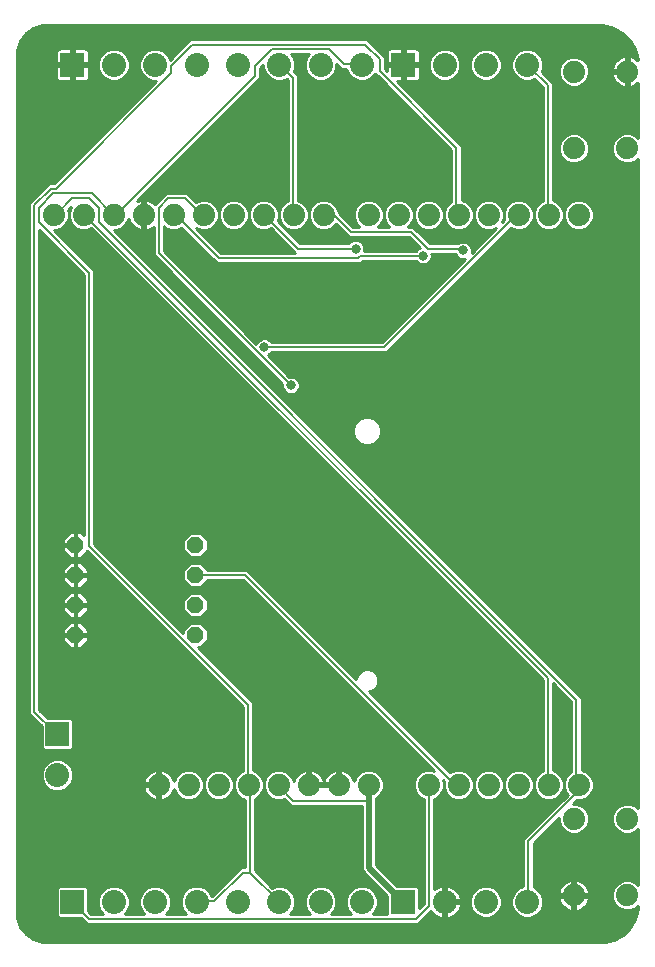
<source format=gbl>
G75*
%MOIN*%
%OFA0B0*%
%FSLAX25Y25*%
%IPPOS*%
%LPD*%
%AMOC8*
5,1,8,0,0,1.08239X$1,22.5*
%
%ADD10C,0.07400*%
%ADD11OC8,0.05600*%
%ADD12R,0.08000X0.08000*%
%ADD13C,0.08000*%
%ADD14C,0.01000*%
%ADD15OC8,0.03200*%
%ADD16C,0.02000*%
%ADD17C,0.00800*%
%ADD18C,0.03200*%
D10*
X0080000Y0060500D03*
X0090000Y0060500D03*
X0100000Y0060500D03*
X0110000Y0060500D03*
X0120000Y0060500D03*
X0130000Y0060500D03*
X0140000Y0060500D03*
X0150000Y0060500D03*
X0170000Y0060500D03*
X0180000Y0060500D03*
X0190000Y0060500D03*
X0200000Y0060500D03*
X0210000Y0060500D03*
X0220000Y0060500D03*
X0218350Y0049300D03*
X0236150Y0049300D03*
X0236150Y0023700D03*
X0218350Y0023700D03*
X0220000Y0250500D03*
X0210000Y0250500D03*
X0200000Y0250500D03*
X0190000Y0250500D03*
X0180000Y0250500D03*
X0170000Y0250500D03*
X0160000Y0250500D03*
X0150000Y0250500D03*
X0135000Y0250500D03*
X0125000Y0250500D03*
X0115000Y0250500D03*
X0105000Y0250500D03*
X0095000Y0250500D03*
X0085000Y0250500D03*
X0075000Y0250500D03*
X0065000Y0250500D03*
X0055000Y0250500D03*
X0045000Y0250500D03*
X0218350Y0272700D03*
X0236150Y0272700D03*
X0236150Y0298300D03*
X0218350Y0298300D03*
D11*
X0092250Y0140500D03*
X0092250Y0130500D03*
X0092250Y0120500D03*
X0092250Y0110500D03*
X0052250Y0110500D03*
X0052250Y0120500D03*
X0052250Y0130500D03*
X0052250Y0140500D03*
D12*
X0046250Y0077500D03*
X0051250Y0021500D03*
X0161486Y0021500D03*
X0161486Y0300500D03*
X0051250Y0300500D03*
D13*
X0065030Y0300500D03*
X0078809Y0300500D03*
X0092589Y0300500D03*
X0106368Y0300500D03*
X0120148Y0300500D03*
X0133927Y0300500D03*
X0147707Y0300500D03*
X0175266Y0300500D03*
X0189045Y0300500D03*
X0202825Y0300500D03*
X0046250Y0063720D03*
X0065030Y0021500D03*
X0078809Y0021500D03*
X0092589Y0021500D03*
X0106368Y0021500D03*
X0120148Y0021500D03*
X0133927Y0021500D03*
X0147707Y0021500D03*
X0175266Y0021500D03*
X0189045Y0021500D03*
X0202825Y0021500D03*
D14*
X0033848Y0013302D02*
X0032909Y0016192D01*
X0032789Y0017711D01*
X0032789Y0303989D01*
X0032912Y0305547D01*
X0033875Y0308511D01*
X0035707Y0311033D01*
X0038229Y0312865D01*
X0041193Y0313828D01*
X0042752Y0313951D01*
X0226459Y0313951D01*
X0228194Y0313837D01*
X0231545Y0312939D01*
X0234550Y0311204D01*
X0237003Y0308751D01*
X0238738Y0305746D01*
X0239636Y0302395D01*
X0239652Y0302152D01*
X0239538Y0302266D01*
X0238875Y0302747D01*
X0238146Y0303119D01*
X0237368Y0303372D01*
X0236650Y0303486D01*
X0236650Y0298800D01*
X0235650Y0298800D01*
X0235650Y0303486D01*
X0234932Y0303372D01*
X0234154Y0303119D01*
X0233425Y0302747D01*
X0232762Y0302266D01*
X0232184Y0301688D01*
X0231703Y0301025D01*
X0231331Y0300296D01*
X0231078Y0299518D01*
X0230964Y0298800D01*
X0235650Y0298800D01*
X0235650Y0297800D01*
X0230964Y0297800D01*
X0231078Y0297082D01*
X0231331Y0296304D01*
X0231703Y0295575D01*
X0232184Y0294912D01*
X0232762Y0294334D01*
X0233425Y0293853D01*
X0234154Y0293481D01*
X0234932Y0293228D01*
X0235650Y0293114D01*
X0235650Y0297800D01*
X0236650Y0297800D01*
X0236650Y0293114D01*
X0237368Y0293228D01*
X0238146Y0293481D01*
X0238875Y0293853D01*
X0239538Y0294334D01*
X0239750Y0294546D01*
X0239750Y0276171D01*
X0238982Y0276939D01*
X0237145Y0277700D01*
X0235155Y0277700D01*
X0233318Y0276939D01*
X0231911Y0275532D01*
X0231150Y0273695D01*
X0231150Y0271705D01*
X0231911Y0269868D01*
X0233318Y0268461D01*
X0235155Y0267700D01*
X0237145Y0267700D01*
X0238982Y0268461D01*
X0239750Y0269229D01*
X0239750Y0052771D01*
X0238982Y0053539D01*
X0237145Y0054300D01*
X0235155Y0054300D01*
X0233318Y0053539D01*
X0231911Y0052132D01*
X0231150Y0050295D01*
X0231150Y0048305D01*
X0231911Y0046468D01*
X0233318Y0045061D01*
X0235155Y0044300D01*
X0237145Y0044300D01*
X0238982Y0045061D01*
X0239750Y0045829D01*
X0239750Y0027171D01*
X0238982Y0027939D01*
X0237145Y0028700D01*
X0235155Y0028700D01*
X0233318Y0027939D01*
X0231911Y0026532D01*
X0231150Y0024695D01*
X0231150Y0022705D01*
X0231911Y0020868D01*
X0233318Y0019461D01*
X0235155Y0018700D01*
X0237145Y0018700D01*
X0238982Y0019461D01*
X0239713Y0020192D01*
X0239641Y0019088D01*
X0238779Y0015872D01*
X0237115Y0012989D01*
X0234761Y0010635D01*
X0231878Y0008971D01*
X0228662Y0008109D01*
X0226998Y0008000D01*
X0042500Y0008000D01*
X0040981Y0008120D01*
X0038091Y0009058D01*
X0035634Y0010844D01*
X0033848Y0013302D01*
X0033787Y0013490D02*
X0237404Y0013490D01*
X0237980Y0014488D02*
X0166642Y0014488D01*
X0166329Y0014175D02*
X0167325Y0015171D01*
X0170650Y0018496D01*
X0171071Y0017917D01*
X0171683Y0017305D01*
X0172383Y0016796D01*
X0173154Y0016403D01*
X0173978Y0016135D01*
X0174766Y0016011D01*
X0174766Y0021000D01*
X0175766Y0021000D01*
X0175766Y0022000D01*
X0180755Y0022000D01*
X0180630Y0022788D01*
X0180363Y0023611D01*
X0179970Y0024383D01*
X0179461Y0025083D01*
X0178849Y0025695D01*
X0178148Y0026204D01*
X0177377Y0026597D01*
X0176554Y0026865D01*
X0175766Y0026989D01*
X0175766Y0022000D01*
X0174766Y0022000D01*
X0174766Y0026989D01*
X0173978Y0026865D01*
X0173154Y0026597D01*
X0172383Y0026204D01*
X0171700Y0025708D01*
X0171700Y0055792D01*
X0172832Y0056261D01*
X0174239Y0057668D01*
X0175000Y0059505D01*
X0175761Y0057668D01*
X0177168Y0056261D01*
X0179005Y0055500D01*
X0180995Y0055500D01*
X0182832Y0056261D01*
X0184239Y0057668D01*
X0185000Y0059505D01*
X0185000Y0061495D01*
X0184239Y0063332D01*
X0182832Y0064739D01*
X0180995Y0065500D01*
X0179005Y0065500D01*
X0177168Y0064739D01*
X0177092Y0064663D01*
X0150089Y0091665D01*
X0150247Y0091665D01*
X0151594Y0092223D01*
X0152625Y0093254D01*
X0153183Y0094602D01*
X0153183Y0096060D01*
X0152625Y0097407D01*
X0151594Y0098438D01*
X0150247Y0098996D01*
X0148789Y0098996D01*
X0147441Y0098438D01*
X0146410Y0097407D01*
X0145852Y0096060D01*
X0145852Y0095902D01*
X0109554Y0132200D01*
X0096348Y0132200D01*
X0093948Y0134600D01*
X0090552Y0134600D01*
X0088150Y0132198D01*
X0088150Y0128802D01*
X0090552Y0126400D01*
X0093948Y0126400D01*
X0096348Y0128800D01*
X0108146Y0128800D01*
X0171765Y0065181D01*
X0170995Y0065500D01*
X0169005Y0065500D01*
X0167168Y0064739D01*
X0165761Y0063332D01*
X0165000Y0061495D01*
X0165000Y0059505D01*
X0165761Y0057668D01*
X0167168Y0056261D01*
X0168300Y0055792D01*
X0168300Y0020954D01*
X0166786Y0019440D01*
X0166786Y0026038D01*
X0166025Y0026800D01*
X0159439Y0026800D01*
X0152300Y0033939D01*
X0152300Y0056041D01*
X0152832Y0056261D01*
X0154239Y0057668D01*
X0155000Y0059505D01*
X0155000Y0061495D01*
X0154239Y0063332D01*
X0152832Y0064739D01*
X0150995Y0065500D01*
X0149005Y0065500D01*
X0147168Y0064739D01*
X0145761Y0063332D01*
X0145078Y0061682D01*
X0145072Y0061718D01*
X0144819Y0062496D01*
X0144447Y0063225D01*
X0143966Y0063888D01*
X0143388Y0064466D01*
X0142725Y0064947D01*
X0141996Y0065319D01*
X0141218Y0065572D01*
X0140500Y0065686D01*
X0140500Y0061000D01*
X0139500Y0061000D01*
X0139500Y0065686D01*
X0138782Y0065572D01*
X0138004Y0065319D01*
X0137275Y0064947D01*
X0136612Y0064466D01*
X0136034Y0063888D01*
X0135553Y0063225D01*
X0135181Y0062496D01*
X0135000Y0061939D01*
X0134819Y0062496D01*
X0134447Y0063225D01*
X0133966Y0063888D01*
X0133388Y0064466D01*
X0132725Y0064947D01*
X0131996Y0065319D01*
X0131218Y0065572D01*
X0130500Y0065686D01*
X0130500Y0061000D01*
X0129500Y0061000D01*
X0129500Y0065686D01*
X0128782Y0065572D01*
X0128004Y0065319D01*
X0127275Y0064947D01*
X0126612Y0064466D01*
X0126034Y0063888D01*
X0125553Y0063225D01*
X0125181Y0062496D01*
X0124928Y0061718D01*
X0124922Y0061682D01*
X0124239Y0063332D01*
X0122832Y0064739D01*
X0120995Y0065500D01*
X0119005Y0065500D01*
X0117168Y0064739D01*
X0115761Y0063332D01*
X0115000Y0061495D01*
X0114239Y0063332D01*
X0112832Y0064739D01*
X0111350Y0065353D01*
X0111350Y0088004D01*
X0092954Y0106400D01*
X0093948Y0106400D01*
X0096350Y0108802D01*
X0096350Y0112198D01*
X0093948Y0114600D01*
X0090552Y0114600D01*
X0088150Y0112198D01*
X0088150Y0111204D01*
X0058550Y0140804D01*
X0058550Y0232004D01*
X0045054Y0245500D01*
X0045995Y0245500D01*
X0047832Y0246261D01*
X0049239Y0247668D01*
X0050000Y0249505D01*
X0050761Y0247668D01*
X0052168Y0246261D01*
X0054005Y0245500D01*
X0055995Y0245500D01*
X0057304Y0246042D01*
X0207950Y0095396D01*
X0207950Y0065063D01*
X0207168Y0064739D01*
X0205761Y0063332D01*
X0205000Y0061495D01*
X0205000Y0059505D01*
X0205761Y0057668D01*
X0207168Y0056261D01*
X0209005Y0055500D01*
X0210995Y0055500D01*
X0212832Y0056261D01*
X0214239Y0057668D01*
X0215000Y0059505D01*
X0215761Y0057668D01*
X0216287Y0057142D01*
X0201550Y0042404D01*
X0201550Y0026709D01*
X0199823Y0025993D01*
X0198332Y0024502D01*
X0197525Y0022554D01*
X0197525Y0020446D01*
X0198332Y0018498D01*
X0199823Y0017007D01*
X0201771Y0016200D01*
X0203879Y0016200D01*
X0205827Y0017007D01*
X0207318Y0018498D01*
X0208125Y0020446D01*
X0208125Y0022554D01*
X0207318Y0024502D01*
X0205827Y0025993D01*
X0204950Y0026356D01*
X0204950Y0040996D01*
X0213350Y0049396D01*
X0213350Y0048305D01*
X0214111Y0046468D01*
X0215518Y0045061D01*
X0217355Y0044300D01*
X0219345Y0044300D01*
X0221182Y0045061D01*
X0222589Y0046468D01*
X0223350Y0048305D01*
X0223350Y0050295D01*
X0222589Y0052132D01*
X0221182Y0053539D01*
X0219345Y0054300D01*
X0218254Y0054300D01*
X0219454Y0055500D01*
X0220995Y0055500D01*
X0222832Y0056261D01*
X0224239Y0057668D01*
X0225000Y0059505D01*
X0225000Y0061495D01*
X0224239Y0063332D01*
X0222832Y0064739D01*
X0220995Y0065500D01*
X0220950Y0065500D01*
X0220950Y0089604D01*
X0065054Y0245500D01*
X0065995Y0245500D01*
X0067832Y0246261D01*
X0069239Y0247668D01*
X0069922Y0249318D01*
X0069928Y0249282D01*
X0070181Y0248504D01*
X0070553Y0247775D01*
X0071034Y0247112D01*
X0071612Y0246534D01*
X0072275Y0246053D01*
X0073004Y0245681D01*
X0073782Y0245428D01*
X0074500Y0245314D01*
X0074500Y0250000D01*
X0075500Y0250000D01*
X0075500Y0245314D01*
X0076218Y0245428D01*
X0076996Y0245681D01*
X0077725Y0246053D01*
X0078350Y0246506D01*
X0078350Y0236996D01*
X0079346Y0236000D01*
X0121150Y0194196D01*
X0121150Y0193123D01*
X0121591Y0192057D01*
X0122407Y0191241D01*
X0123473Y0190800D01*
X0124627Y0190800D01*
X0125693Y0191241D01*
X0126508Y0192057D01*
X0126950Y0193123D01*
X0126950Y0194277D01*
X0126508Y0195343D01*
X0125693Y0196158D01*
X0124627Y0196600D01*
X0123554Y0196600D01*
X0116341Y0203813D01*
X0116893Y0204041D01*
X0117651Y0204800D01*
X0155954Y0204800D01*
X0197343Y0246189D01*
X0199005Y0245500D01*
X0200995Y0245500D01*
X0202832Y0246261D01*
X0204239Y0247668D01*
X0205000Y0249505D01*
X0205000Y0251495D01*
X0204239Y0253332D01*
X0202832Y0254739D01*
X0200995Y0255500D01*
X0199005Y0255500D01*
X0197168Y0254739D01*
X0195761Y0253332D01*
X0195000Y0251495D01*
X0194239Y0253332D01*
X0192832Y0254739D01*
X0190995Y0255500D01*
X0189005Y0255500D01*
X0187168Y0254739D01*
X0185761Y0253332D01*
X0185000Y0251495D01*
X0185000Y0249505D01*
X0185761Y0247668D01*
X0187168Y0246261D01*
X0189005Y0245500D01*
X0190995Y0245500D01*
X0192448Y0246102D01*
X0184266Y0237920D01*
X0184350Y0238123D01*
X0184350Y0239277D01*
X0183908Y0240343D01*
X0183093Y0241158D01*
X0182027Y0241600D01*
X0180873Y0241600D01*
X0179807Y0241158D01*
X0179649Y0241000D01*
X0170354Y0241000D01*
X0165750Y0245604D01*
X0164754Y0246600D01*
X0163171Y0246600D01*
X0164239Y0247668D01*
X0165000Y0249505D01*
X0165000Y0251495D01*
X0164239Y0253332D01*
X0162832Y0254739D01*
X0160995Y0255500D01*
X0159005Y0255500D01*
X0157168Y0254739D01*
X0155761Y0253332D01*
X0155000Y0251495D01*
X0154239Y0253332D01*
X0152832Y0254739D01*
X0150995Y0255500D01*
X0149005Y0255500D01*
X0147168Y0254739D01*
X0145761Y0253332D01*
X0145000Y0251495D01*
X0145000Y0249505D01*
X0145761Y0247668D01*
X0146829Y0246600D01*
X0144754Y0246600D01*
X0140150Y0251204D01*
X0140000Y0251354D01*
X0140000Y0251495D01*
X0139239Y0253332D01*
X0137832Y0254739D01*
X0135995Y0255500D01*
X0134005Y0255500D01*
X0132168Y0254739D01*
X0130761Y0253332D01*
X0130000Y0251495D01*
X0130000Y0249505D01*
X0129239Y0247668D01*
X0127832Y0246261D01*
X0125995Y0245500D01*
X0124005Y0245500D01*
X0122168Y0246261D01*
X0120761Y0247668D01*
X0120000Y0249505D01*
X0120000Y0251495D01*
X0120761Y0253332D01*
X0122168Y0254739D01*
X0123150Y0255146D01*
X0123150Y0295396D01*
X0122718Y0295828D01*
X0121202Y0295200D01*
X0119093Y0295200D01*
X0117145Y0296007D01*
X0115655Y0297498D01*
X0114848Y0299446D01*
X0114848Y0300493D01*
X0113750Y0299396D01*
X0113750Y0296196D01*
X0072737Y0255183D01*
X0073004Y0255319D01*
X0073782Y0255572D01*
X0074500Y0255686D01*
X0074500Y0251000D01*
X0075500Y0251000D01*
X0075500Y0255686D01*
X0076218Y0255572D01*
X0076996Y0255319D01*
X0077725Y0254947D01*
X0078388Y0254466D01*
X0078800Y0254054D01*
X0081550Y0256804D01*
X0082546Y0257800D01*
X0089554Y0257800D01*
X0092484Y0254870D01*
X0094005Y0255500D01*
X0095995Y0255500D01*
X0097832Y0254739D01*
X0099239Y0253332D01*
X0100000Y0251495D01*
X0100000Y0249505D01*
X0100761Y0247668D01*
X0102168Y0246261D01*
X0104005Y0245500D01*
X0105995Y0245500D01*
X0107832Y0246261D01*
X0109239Y0247668D01*
X0110000Y0249505D01*
X0110000Y0251495D01*
X0109239Y0253332D01*
X0107832Y0254739D01*
X0105995Y0255500D01*
X0104005Y0255500D01*
X0102168Y0254739D01*
X0100761Y0253332D01*
X0100000Y0251495D01*
X0100000Y0249505D01*
X0099239Y0247668D01*
X0097832Y0246261D01*
X0095995Y0245500D01*
X0094005Y0245500D01*
X0092381Y0246173D01*
X0100754Y0237800D01*
X0125546Y0237800D01*
X0117304Y0246042D01*
X0115995Y0245500D01*
X0114005Y0245500D01*
X0112168Y0246261D01*
X0110761Y0247668D01*
X0110000Y0249505D01*
X0110000Y0251495D01*
X0110761Y0253332D01*
X0112168Y0254739D01*
X0114005Y0255500D01*
X0115995Y0255500D01*
X0117832Y0254739D01*
X0119239Y0253332D01*
X0120000Y0251495D01*
X0120000Y0249505D01*
X0119604Y0248550D01*
X0127154Y0241000D01*
X0143249Y0241000D01*
X0144007Y0241758D01*
X0145073Y0242200D01*
X0146227Y0242200D01*
X0147293Y0241758D01*
X0148108Y0240943D01*
X0148550Y0239877D01*
X0148550Y0238723D01*
X0148499Y0238600D01*
X0165649Y0238600D01*
X0166407Y0239358D01*
X0166959Y0239587D01*
X0163346Y0243200D01*
X0143346Y0243200D01*
X0139058Y0247487D01*
X0137832Y0246261D01*
X0135995Y0245500D01*
X0134005Y0245500D01*
X0132168Y0246261D01*
X0130761Y0247668D01*
X0130000Y0249505D01*
X0130000Y0251495D01*
X0129239Y0253332D01*
X0127832Y0254739D01*
X0126550Y0255270D01*
X0126550Y0296804D01*
X0124997Y0298357D01*
X0125448Y0299446D01*
X0125448Y0301554D01*
X0124641Y0303502D01*
X0124143Y0304000D01*
X0129932Y0304000D01*
X0129434Y0303502D01*
X0128627Y0301554D01*
X0128627Y0299446D01*
X0129434Y0297498D01*
X0130925Y0296007D01*
X0132873Y0295200D01*
X0134981Y0295200D01*
X0136929Y0296007D01*
X0138420Y0297498D01*
X0139227Y0299446D01*
X0139227Y0300919D01*
X0140946Y0299200D01*
X0142508Y0299200D01*
X0143214Y0297498D01*
X0144704Y0296007D01*
X0146652Y0295200D01*
X0148761Y0295200D01*
X0150709Y0296007D01*
X0152200Y0297498D01*
X0152214Y0297532D01*
X0152946Y0296800D01*
X0177550Y0272196D01*
X0177550Y0254897D01*
X0177168Y0254739D01*
X0175761Y0253332D01*
X0175000Y0251495D01*
X0175000Y0249505D01*
X0175761Y0247668D01*
X0177168Y0246261D01*
X0179005Y0245500D01*
X0180995Y0245500D01*
X0182832Y0246261D01*
X0184239Y0247668D01*
X0185000Y0249505D01*
X0185000Y0251495D01*
X0184239Y0253332D01*
X0182832Y0254739D01*
X0180995Y0255500D01*
X0180950Y0255500D01*
X0180950Y0273604D01*
X0159554Y0295000D01*
X0160986Y0295000D01*
X0160986Y0300000D01*
X0155986Y0300000D01*
X0155986Y0298568D01*
X0155350Y0299204D01*
X0155350Y0303204D01*
X0150550Y0308004D01*
X0149554Y0309000D01*
X0090546Y0309000D01*
X0083814Y0302268D01*
X0083302Y0303502D01*
X0081811Y0304993D01*
X0079863Y0305800D01*
X0077755Y0305800D01*
X0075807Y0304993D01*
X0074316Y0303502D01*
X0073509Y0301554D01*
X0073509Y0299446D01*
X0074316Y0297498D01*
X0075807Y0296007D01*
X0077755Y0295200D01*
X0079146Y0295200D01*
X0044946Y0261000D01*
X0043346Y0261000D01*
X0037746Y0255400D01*
X0036750Y0254404D01*
X0036750Y0084196D01*
X0040950Y0079996D01*
X0040950Y0072962D01*
X0041712Y0072200D01*
X0050788Y0072200D01*
X0051550Y0072962D01*
X0051550Y0082038D01*
X0050788Y0082800D01*
X0042954Y0082800D01*
X0040150Y0085604D01*
X0040150Y0245596D01*
X0055150Y0230596D01*
X0055150Y0143681D01*
X0054031Y0144800D01*
X0052550Y0144800D01*
X0052550Y0140800D01*
X0051950Y0140800D01*
X0051950Y0144800D01*
X0050469Y0144800D01*
X0047950Y0142281D01*
X0047950Y0140800D01*
X0051950Y0140800D01*
X0051950Y0140200D01*
X0052550Y0140200D01*
X0052550Y0136200D01*
X0054031Y0136200D01*
X0056188Y0138357D01*
X0107950Y0086596D01*
X0107950Y0065063D01*
X0107168Y0064739D01*
X0105761Y0063332D01*
X0105000Y0061495D01*
X0105000Y0059505D01*
X0105761Y0057668D01*
X0107168Y0056261D01*
X0108750Y0055606D01*
X0108750Y0033000D01*
X0107346Y0033000D01*
X0106350Y0032004D01*
X0097746Y0023400D01*
X0097538Y0023400D01*
X0097082Y0024502D01*
X0095591Y0025993D01*
X0093643Y0026800D01*
X0091534Y0026800D01*
X0089586Y0025993D01*
X0088095Y0024502D01*
X0087289Y0022554D01*
X0087289Y0020446D01*
X0088095Y0018498D01*
X0089018Y0017575D01*
X0082379Y0017575D01*
X0083302Y0018498D01*
X0084109Y0020446D01*
X0084109Y0022554D01*
X0083302Y0024502D01*
X0081811Y0025993D01*
X0079863Y0026800D01*
X0077755Y0026800D01*
X0075807Y0025993D01*
X0074316Y0024502D01*
X0073509Y0022554D01*
X0073509Y0020446D01*
X0074316Y0018498D01*
X0075239Y0017575D01*
X0068600Y0017575D01*
X0069523Y0018498D01*
X0070330Y0020446D01*
X0070330Y0022554D01*
X0069523Y0024502D01*
X0068032Y0025993D01*
X0066084Y0026800D01*
X0063975Y0026800D01*
X0062027Y0025993D01*
X0060536Y0024502D01*
X0059730Y0022554D01*
X0059730Y0020446D01*
X0060536Y0018498D01*
X0061459Y0017575D01*
X0057579Y0017575D01*
X0056550Y0018604D01*
X0056550Y0026038D01*
X0055788Y0026800D01*
X0046712Y0026800D01*
X0045950Y0026038D01*
X0045950Y0016962D01*
X0046712Y0016200D01*
X0054146Y0016200D01*
X0056171Y0014175D01*
X0166329Y0014175D01*
X0167641Y0015487D02*
X0238557Y0015487D01*
X0238944Y0016485D02*
X0204567Y0016485D01*
X0206304Y0017484D02*
X0239211Y0017484D01*
X0239479Y0018482D02*
X0207302Y0018482D01*
X0207725Y0019481D02*
X0215311Y0019481D01*
X0215625Y0019253D02*
X0214962Y0019734D01*
X0214384Y0020312D01*
X0213903Y0020975D01*
X0213531Y0021704D01*
X0213278Y0022482D01*
X0213164Y0023200D01*
X0217850Y0023200D01*
X0217850Y0024200D01*
X0217850Y0028886D01*
X0217132Y0028772D01*
X0216354Y0028519D01*
X0215625Y0028147D01*
X0214962Y0027666D01*
X0214384Y0027088D01*
X0213903Y0026425D01*
X0213531Y0025696D01*
X0213278Y0024918D01*
X0213164Y0024200D01*
X0217850Y0024200D01*
X0218850Y0024200D01*
X0218850Y0028886D01*
X0219568Y0028772D01*
X0220346Y0028519D01*
X0221075Y0028147D01*
X0221738Y0027666D01*
X0222316Y0027088D01*
X0222797Y0026425D01*
X0223169Y0025696D01*
X0223422Y0024918D01*
X0223536Y0024200D01*
X0218850Y0024200D01*
X0218850Y0023200D01*
X0223536Y0023200D01*
X0223422Y0022482D01*
X0223169Y0021704D01*
X0222797Y0020975D01*
X0222316Y0020312D01*
X0221738Y0019734D01*
X0221075Y0019253D01*
X0220346Y0018881D01*
X0219568Y0018628D01*
X0218850Y0018514D01*
X0218850Y0023200D01*
X0217850Y0023200D01*
X0217850Y0018514D01*
X0217132Y0018628D01*
X0216354Y0018881D01*
X0215625Y0019253D01*
X0214263Y0020479D02*
X0208125Y0020479D01*
X0208125Y0021478D02*
X0213646Y0021478D01*
X0213280Y0022476D02*
X0208125Y0022476D01*
X0207744Y0023475D02*
X0217850Y0023475D01*
X0217850Y0024473D02*
X0218850Y0024473D01*
X0218850Y0023475D02*
X0231150Y0023475D01*
X0231150Y0024473D02*
X0223492Y0024473D01*
X0223242Y0025472D02*
X0231472Y0025472D01*
X0231886Y0026470D02*
X0222765Y0026470D01*
X0221935Y0027469D02*
X0232848Y0027469D01*
X0234594Y0028467D02*
X0220448Y0028467D01*
X0218850Y0028467D02*
X0217850Y0028467D01*
X0217850Y0027469D02*
X0218850Y0027469D01*
X0218850Y0026470D02*
X0217850Y0026470D01*
X0217850Y0025472D02*
X0218850Y0025472D01*
X0218850Y0022476D02*
X0217850Y0022476D01*
X0217850Y0021478D02*
X0218850Y0021478D01*
X0218850Y0020479D02*
X0217850Y0020479D01*
X0217850Y0019481D02*
X0218850Y0019481D01*
X0221389Y0019481D02*
X0233298Y0019481D01*
X0232300Y0020479D02*
X0222437Y0020479D01*
X0223054Y0021478D02*
X0231659Y0021478D01*
X0231245Y0022476D02*
X0223420Y0022476D01*
X0216252Y0028467D02*
X0204950Y0028467D01*
X0204950Y0027469D02*
X0214765Y0027469D01*
X0213935Y0026470D02*
X0204950Y0026470D01*
X0206348Y0025472D02*
X0213458Y0025472D01*
X0213208Y0024473D02*
X0207330Y0024473D01*
X0204950Y0029466D02*
X0239750Y0029466D01*
X0239750Y0030464D02*
X0204950Y0030464D01*
X0204950Y0031463D02*
X0239750Y0031463D01*
X0239750Y0032461D02*
X0204950Y0032461D01*
X0204950Y0033460D02*
X0239750Y0033460D01*
X0239750Y0034458D02*
X0204950Y0034458D01*
X0204950Y0035457D02*
X0239750Y0035457D01*
X0239750Y0036455D02*
X0204950Y0036455D01*
X0204950Y0037454D02*
X0239750Y0037454D01*
X0239750Y0038452D02*
X0204950Y0038452D01*
X0204950Y0039451D02*
X0239750Y0039451D01*
X0239750Y0040449D02*
X0204950Y0040449D01*
X0205402Y0041448D02*
X0239750Y0041448D01*
X0239750Y0042446D02*
X0206401Y0042446D01*
X0207399Y0043445D02*
X0239750Y0043445D01*
X0239750Y0044443D02*
X0237491Y0044443D01*
X0239363Y0045442D02*
X0239750Y0045442D01*
X0234809Y0044443D02*
X0219691Y0044443D01*
X0221563Y0045442D02*
X0232937Y0045442D01*
X0231938Y0046440D02*
X0222562Y0046440D01*
X0222991Y0047439D02*
X0231509Y0047439D01*
X0231150Y0048437D02*
X0223350Y0048437D01*
X0223350Y0049436D02*
X0231150Y0049436D01*
X0231208Y0050434D02*
X0223292Y0050434D01*
X0222878Y0051433D02*
X0231622Y0051433D01*
X0232210Y0052432D02*
X0222290Y0052432D01*
X0221291Y0053430D02*
X0233209Y0053430D01*
X0239091Y0053430D02*
X0239750Y0053430D01*
X0239750Y0054429D02*
X0218383Y0054429D01*
X0219381Y0055427D02*
X0239750Y0055427D01*
X0239750Y0056426D02*
X0222997Y0056426D01*
X0223995Y0057424D02*
X0239750Y0057424D01*
X0239750Y0058423D02*
X0224551Y0058423D01*
X0224965Y0059421D02*
X0239750Y0059421D01*
X0239750Y0060420D02*
X0225000Y0060420D01*
X0225000Y0061418D02*
X0239750Y0061418D01*
X0239750Y0062417D02*
X0224618Y0062417D01*
X0224156Y0063415D02*
X0239750Y0063415D01*
X0239750Y0064414D02*
X0223157Y0064414D01*
X0221207Y0065412D02*
X0239750Y0065412D01*
X0239750Y0066411D02*
X0220950Y0066411D01*
X0220950Y0067409D02*
X0239750Y0067409D01*
X0239750Y0068408D02*
X0220950Y0068408D01*
X0220950Y0069406D02*
X0239750Y0069406D01*
X0239750Y0070405D02*
X0220950Y0070405D01*
X0220950Y0071403D02*
X0239750Y0071403D01*
X0239750Y0072402D02*
X0220950Y0072402D01*
X0220950Y0073400D02*
X0239750Y0073400D01*
X0239750Y0074399D02*
X0220950Y0074399D01*
X0220950Y0075397D02*
X0239750Y0075397D01*
X0239750Y0076396D02*
X0220950Y0076396D01*
X0220950Y0077394D02*
X0239750Y0077394D01*
X0239750Y0078393D02*
X0220950Y0078393D01*
X0220950Y0079391D02*
X0239750Y0079391D01*
X0239750Y0080390D02*
X0220950Y0080390D01*
X0220950Y0081388D02*
X0239750Y0081388D01*
X0239750Y0082387D02*
X0220950Y0082387D01*
X0220950Y0083385D02*
X0239750Y0083385D01*
X0239750Y0084384D02*
X0220950Y0084384D01*
X0220950Y0085382D02*
X0239750Y0085382D01*
X0239750Y0086381D02*
X0220950Y0086381D01*
X0220950Y0087379D02*
X0239750Y0087379D01*
X0239750Y0088378D02*
X0220950Y0088378D01*
X0220950Y0089376D02*
X0239750Y0089376D01*
X0239750Y0090375D02*
X0220179Y0090375D01*
X0219181Y0091373D02*
X0239750Y0091373D01*
X0239750Y0092372D02*
X0218182Y0092372D01*
X0217184Y0093370D02*
X0239750Y0093370D01*
X0239750Y0094369D02*
X0216185Y0094369D01*
X0215187Y0095368D02*
X0239750Y0095368D01*
X0239750Y0096366D02*
X0214188Y0096366D01*
X0213190Y0097365D02*
X0239750Y0097365D01*
X0239750Y0098363D02*
X0212191Y0098363D01*
X0211193Y0099362D02*
X0239750Y0099362D01*
X0239750Y0100360D02*
X0210194Y0100360D01*
X0209196Y0101359D02*
X0239750Y0101359D01*
X0239750Y0102357D02*
X0208197Y0102357D01*
X0207199Y0103356D02*
X0239750Y0103356D01*
X0239750Y0104354D02*
X0206200Y0104354D01*
X0205202Y0105353D02*
X0239750Y0105353D01*
X0239750Y0106351D02*
X0204203Y0106351D01*
X0203205Y0107350D02*
X0239750Y0107350D01*
X0239750Y0108348D02*
X0202206Y0108348D01*
X0201207Y0109347D02*
X0239750Y0109347D01*
X0239750Y0110345D02*
X0200209Y0110345D01*
X0199210Y0111344D02*
X0239750Y0111344D01*
X0239750Y0112342D02*
X0198212Y0112342D01*
X0197213Y0113341D02*
X0239750Y0113341D01*
X0239750Y0114339D02*
X0196215Y0114339D01*
X0195216Y0115338D02*
X0239750Y0115338D01*
X0239750Y0116336D02*
X0194218Y0116336D01*
X0193219Y0117335D02*
X0239750Y0117335D01*
X0239750Y0118333D02*
X0192221Y0118333D01*
X0191222Y0119332D02*
X0239750Y0119332D01*
X0239750Y0120330D02*
X0190224Y0120330D01*
X0189225Y0121329D02*
X0239750Y0121329D01*
X0239750Y0122327D02*
X0188227Y0122327D01*
X0187228Y0123326D02*
X0239750Y0123326D01*
X0239750Y0124324D02*
X0186230Y0124324D01*
X0185231Y0125323D02*
X0239750Y0125323D01*
X0239750Y0126321D02*
X0184233Y0126321D01*
X0183234Y0127320D02*
X0239750Y0127320D01*
X0239750Y0128318D02*
X0182236Y0128318D01*
X0181237Y0129317D02*
X0239750Y0129317D01*
X0239750Y0130315D02*
X0180239Y0130315D01*
X0179240Y0131314D02*
X0239750Y0131314D01*
X0239750Y0132312D02*
X0178242Y0132312D01*
X0177243Y0133311D02*
X0239750Y0133311D01*
X0239750Y0134309D02*
X0176245Y0134309D01*
X0175246Y0135308D02*
X0239750Y0135308D01*
X0239750Y0136306D02*
X0174248Y0136306D01*
X0173249Y0137305D02*
X0239750Y0137305D01*
X0239750Y0138303D02*
X0172251Y0138303D01*
X0171252Y0139302D02*
X0239750Y0139302D01*
X0239750Y0140301D02*
X0170254Y0140301D01*
X0169255Y0141299D02*
X0239750Y0141299D01*
X0239750Y0142298D02*
X0168257Y0142298D01*
X0167258Y0143296D02*
X0239750Y0143296D01*
X0239750Y0144295D02*
X0166260Y0144295D01*
X0165261Y0145293D02*
X0239750Y0145293D01*
X0239750Y0146292D02*
X0164263Y0146292D01*
X0163264Y0147290D02*
X0239750Y0147290D01*
X0239750Y0148289D02*
X0162266Y0148289D01*
X0161267Y0149287D02*
X0239750Y0149287D01*
X0239750Y0150286D02*
X0160269Y0150286D01*
X0159270Y0151284D02*
X0239750Y0151284D01*
X0239750Y0152283D02*
X0158271Y0152283D01*
X0157273Y0153281D02*
X0239750Y0153281D01*
X0239750Y0154280D02*
X0156274Y0154280D01*
X0155276Y0155278D02*
X0239750Y0155278D01*
X0239750Y0156277D02*
X0154277Y0156277D01*
X0153279Y0157275D02*
X0239750Y0157275D01*
X0239750Y0158274D02*
X0152280Y0158274D01*
X0151282Y0159272D02*
X0239750Y0159272D01*
X0239750Y0160271D02*
X0150283Y0160271D01*
X0149285Y0161269D02*
X0239750Y0161269D01*
X0239750Y0162268D02*
X0148286Y0162268D01*
X0147288Y0163266D02*
X0239750Y0163266D01*
X0239750Y0164265D02*
X0146289Y0164265D01*
X0145291Y0165263D02*
X0239750Y0165263D01*
X0239750Y0166262D02*
X0144292Y0166262D01*
X0143294Y0167260D02*
X0239750Y0167260D01*
X0239750Y0168259D02*
X0142295Y0168259D01*
X0141297Y0169257D02*
X0239750Y0169257D01*
X0239750Y0170256D02*
X0140298Y0170256D01*
X0139300Y0171254D02*
X0239750Y0171254D01*
X0239750Y0172253D02*
X0138301Y0172253D01*
X0137303Y0173251D02*
X0239750Y0173251D01*
X0239750Y0174250D02*
X0151645Y0174250D01*
X0152152Y0174460D02*
X0153459Y0175768D01*
X0154167Y0177477D01*
X0154167Y0179326D01*
X0153459Y0181035D01*
X0152152Y0182343D01*
X0150443Y0183051D01*
X0148593Y0183051D01*
X0146884Y0182343D01*
X0145576Y0181035D01*
X0144868Y0179326D01*
X0144868Y0177477D01*
X0145576Y0175768D01*
X0146884Y0174460D01*
X0148593Y0173752D01*
X0150443Y0173752D01*
X0152152Y0174460D01*
X0152940Y0175248D02*
X0239750Y0175248D01*
X0239750Y0176247D02*
X0153658Y0176247D01*
X0154072Y0177245D02*
X0239750Y0177245D01*
X0239750Y0178244D02*
X0154167Y0178244D01*
X0154167Y0179242D02*
X0239750Y0179242D01*
X0239750Y0180241D02*
X0153789Y0180241D01*
X0153255Y0181239D02*
X0239750Y0181239D01*
X0239750Y0182238D02*
X0152257Y0182238D01*
X0146779Y0182238D02*
X0128316Y0182238D01*
X0127318Y0183237D02*
X0239750Y0183237D01*
X0239750Y0184235D02*
X0126319Y0184235D01*
X0125321Y0185234D02*
X0239750Y0185234D01*
X0239750Y0186232D02*
X0124322Y0186232D01*
X0123324Y0187231D02*
X0239750Y0187231D01*
X0239750Y0188229D02*
X0122325Y0188229D01*
X0121327Y0189228D02*
X0239750Y0189228D01*
X0239750Y0190226D02*
X0120328Y0190226D01*
X0119330Y0191225D02*
X0122448Y0191225D01*
X0121523Y0192223D02*
X0118331Y0192223D01*
X0117333Y0193222D02*
X0121150Y0193222D01*
X0121126Y0194220D02*
X0116334Y0194220D01*
X0115336Y0195219D02*
X0120127Y0195219D01*
X0119129Y0196217D02*
X0114337Y0196217D01*
X0113338Y0197216D02*
X0118130Y0197216D01*
X0117132Y0198214D02*
X0112340Y0198214D01*
X0111341Y0199213D02*
X0116133Y0199213D01*
X0115135Y0200211D02*
X0110343Y0200211D01*
X0109344Y0201210D02*
X0114136Y0201210D01*
X0113138Y0202208D02*
X0108346Y0202208D01*
X0107347Y0203207D02*
X0112139Y0203207D01*
X0111141Y0204205D02*
X0106349Y0204205D01*
X0105350Y0205204D02*
X0110142Y0205204D01*
X0109144Y0206202D02*
X0104352Y0206202D01*
X0103353Y0207201D02*
X0108145Y0207201D01*
X0107147Y0208199D02*
X0102355Y0208199D01*
X0101356Y0209198D02*
X0106148Y0209198D01*
X0105150Y0210196D02*
X0100358Y0210196D01*
X0099359Y0211195D02*
X0104151Y0211195D01*
X0103152Y0212193D02*
X0098361Y0212193D01*
X0097362Y0213192D02*
X0102154Y0213192D01*
X0101155Y0214190D02*
X0096364Y0214190D01*
X0095365Y0215189D02*
X0100157Y0215189D01*
X0099158Y0216187D02*
X0094367Y0216187D01*
X0093368Y0217186D02*
X0098160Y0217186D01*
X0097161Y0218184D02*
X0092370Y0218184D01*
X0091371Y0219183D02*
X0096163Y0219183D01*
X0095164Y0220181D02*
X0090373Y0220181D01*
X0089374Y0221180D02*
X0094166Y0221180D01*
X0093167Y0222178D02*
X0088376Y0222178D01*
X0087377Y0223177D02*
X0092169Y0223177D01*
X0091170Y0224175D02*
X0086379Y0224175D01*
X0085380Y0225174D02*
X0090172Y0225174D01*
X0089173Y0226172D02*
X0084382Y0226172D01*
X0083383Y0227171D02*
X0088175Y0227171D01*
X0087176Y0228170D02*
X0082385Y0228170D01*
X0081386Y0229168D02*
X0086178Y0229168D01*
X0085179Y0230167D02*
X0080388Y0230167D01*
X0079389Y0231165D02*
X0084181Y0231165D01*
X0083182Y0232164D02*
X0078391Y0232164D01*
X0077392Y0233162D02*
X0082184Y0233162D01*
X0081185Y0234161D02*
X0076394Y0234161D01*
X0075395Y0235159D02*
X0080187Y0235159D01*
X0079188Y0236158D02*
X0074397Y0236158D01*
X0073398Y0237156D02*
X0078350Y0237156D01*
X0078350Y0238155D02*
X0072400Y0238155D01*
X0071401Y0239153D02*
X0078350Y0239153D01*
X0078350Y0240152D02*
X0070402Y0240152D01*
X0069404Y0241150D02*
X0078350Y0241150D01*
X0078350Y0242149D02*
X0068405Y0242149D01*
X0067407Y0243147D02*
X0078350Y0243147D01*
X0078350Y0244146D02*
X0066408Y0244146D01*
X0065410Y0245144D02*
X0078350Y0245144D01*
X0078350Y0246143D02*
X0077849Y0246143D01*
X0075500Y0246143D02*
X0074500Y0246143D01*
X0074500Y0247141D02*
X0075500Y0247141D01*
X0075500Y0248140D02*
X0074500Y0248140D01*
X0074500Y0249138D02*
X0075500Y0249138D01*
X0075500Y0251135D02*
X0074500Y0251135D01*
X0074500Y0252134D02*
X0075500Y0252134D01*
X0075500Y0253132D02*
X0074500Y0253132D01*
X0074500Y0254131D02*
X0075500Y0254131D01*
X0075500Y0255129D02*
X0074500Y0255129D01*
X0073682Y0256128D02*
X0080874Y0256128D01*
X0081872Y0257126D02*
X0074680Y0257126D01*
X0075679Y0258125D02*
X0123150Y0258125D01*
X0123150Y0259123D02*
X0076678Y0259123D01*
X0077676Y0260122D02*
X0123150Y0260122D01*
X0123150Y0261120D02*
X0078675Y0261120D01*
X0079673Y0262119D02*
X0123150Y0262119D01*
X0123150Y0263117D02*
X0080672Y0263117D01*
X0081670Y0264116D02*
X0123150Y0264116D01*
X0123150Y0265114D02*
X0082669Y0265114D01*
X0083667Y0266113D02*
X0123150Y0266113D01*
X0123150Y0267111D02*
X0084666Y0267111D01*
X0085664Y0268110D02*
X0123150Y0268110D01*
X0123150Y0269108D02*
X0086663Y0269108D01*
X0087661Y0270107D02*
X0123150Y0270107D01*
X0123150Y0271105D02*
X0088660Y0271105D01*
X0089658Y0272104D02*
X0123150Y0272104D01*
X0123150Y0273103D02*
X0090657Y0273103D01*
X0091655Y0274101D02*
X0123150Y0274101D01*
X0123150Y0275100D02*
X0092654Y0275100D01*
X0093652Y0276098D02*
X0123150Y0276098D01*
X0123150Y0277097D02*
X0094651Y0277097D01*
X0095649Y0278095D02*
X0123150Y0278095D01*
X0123150Y0279094D02*
X0096648Y0279094D01*
X0097646Y0280092D02*
X0123150Y0280092D01*
X0123150Y0281091D02*
X0098645Y0281091D01*
X0099643Y0282089D02*
X0123150Y0282089D01*
X0123150Y0283088D02*
X0100642Y0283088D01*
X0101640Y0284086D02*
X0123150Y0284086D01*
X0123150Y0285085D02*
X0102639Y0285085D01*
X0103637Y0286083D02*
X0123150Y0286083D01*
X0123150Y0287082D02*
X0104636Y0287082D01*
X0105634Y0288080D02*
X0123150Y0288080D01*
X0123150Y0289079D02*
X0106633Y0289079D01*
X0107631Y0290077D02*
X0123150Y0290077D01*
X0123150Y0291076D02*
X0108630Y0291076D01*
X0109628Y0292074D02*
X0123150Y0292074D01*
X0123150Y0293073D02*
X0110627Y0293073D01*
X0111625Y0294071D02*
X0123150Y0294071D01*
X0123150Y0295070D02*
X0112624Y0295070D01*
X0113622Y0296068D02*
X0117084Y0296068D01*
X0116086Y0297067D02*
X0113750Y0297067D01*
X0113750Y0298065D02*
X0115419Y0298065D01*
X0115006Y0299064D02*
X0113750Y0299064D01*
X0114416Y0300062D02*
X0114848Y0300062D01*
X0124825Y0303058D02*
X0129250Y0303058D01*
X0128836Y0302059D02*
X0125238Y0302059D01*
X0125448Y0301061D02*
X0128627Y0301061D01*
X0128627Y0300062D02*
X0125448Y0300062D01*
X0125289Y0299064D02*
X0128785Y0299064D01*
X0129199Y0298065D02*
X0125289Y0298065D01*
X0126287Y0297067D02*
X0129865Y0297067D01*
X0130864Y0296068D02*
X0126550Y0296068D01*
X0126550Y0295070D02*
X0154676Y0295070D01*
X0153678Y0296068D02*
X0150770Y0296068D01*
X0151769Y0297067D02*
X0152679Y0297067D01*
X0155490Y0299064D02*
X0155986Y0299064D01*
X0155350Y0300062D02*
X0160986Y0300062D01*
X0160986Y0300000D02*
X0160986Y0301000D01*
X0155986Y0301000D01*
X0155986Y0304697D01*
X0156088Y0305079D01*
X0156286Y0305421D01*
X0156565Y0305700D01*
X0156907Y0305898D01*
X0157289Y0306000D01*
X0160986Y0306000D01*
X0160986Y0301000D01*
X0161986Y0301000D01*
X0161986Y0306000D01*
X0165684Y0306000D01*
X0166065Y0305898D01*
X0166407Y0305700D01*
X0166687Y0305421D01*
X0166884Y0305079D01*
X0166986Y0304697D01*
X0166986Y0301000D01*
X0161986Y0301000D01*
X0161986Y0300000D01*
X0161986Y0295000D01*
X0165684Y0295000D01*
X0166065Y0295102D01*
X0166407Y0295300D01*
X0166687Y0295579D01*
X0166884Y0295921D01*
X0166986Y0296303D01*
X0166986Y0300000D01*
X0161986Y0300000D01*
X0160986Y0300000D01*
X0160986Y0299064D02*
X0161986Y0299064D01*
X0161986Y0300062D02*
X0169966Y0300062D01*
X0169966Y0299446D02*
X0170773Y0297498D01*
X0172264Y0296007D01*
X0174212Y0295200D01*
X0176320Y0295200D01*
X0178268Y0296007D01*
X0179759Y0297498D01*
X0180566Y0299446D01*
X0180566Y0301554D01*
X0179759Y0303502D01*
X0178268Y0304993D01*
X0176320Y0305800D01*
X0174212Y0305800D01*
X0172264Y0304993D01*
X0170773Y0303502D01*
X0169966Y0301554D01*
X0169966Y0299446D01*
X0170124Y0299064D02*
X0166986Y0299064D01*
X0166986Y0298065D02*
X0170538Y0298065D01*
X0171204Y0297067D02*
X0166986Y0297067D01*
X0166923Y0296068D02*
X0172202Y0296068D01*
X0169966Y0301061D02*
X0166986Y0301061D01*
X0166986Y0302059D02*
X0170175Y0302059D01*
X0170589Y0303058D02*
X0166986Y0303058D01*
X0166986Y0304056D02*
X0171327Y0304056D01*
X0172413Y0305055D02*
X0166890Y0305055D01*
X0161986Y0305055D02*
X0160986Y0305055D01*
X0160986Y0304056D02*
X0161986Y0304056D01*
X0161986Y0303058D02*
X0160986Y0303058D01*
X0160986Y0302059D02*
X0161986Y0302059D01*
X0161986Y0301061D02*
X0160986Y0301061D01*
X0160986Y0298065D02*
X0161986Y0298065D01*
X0161986Y0297067D02*
X0160986Y0297067D01*
X0160986Y0296068D02*
X0161986Y0296068D01*
X0161986Y0295070D02*
X0160986Y0295070D01*
X0160483Y0294071D02*
X0206875Y0294071D01*
X0207873Y0293073D02*
X0161481Y0293073D01*
X0162480Y0292074D02*
X0207950Y0292074D01*
X0207950Y0292996D02*
X0207950Y0255063D01*
X0207168Y0254739D01*
X0205761Y0253332D01*
X0205000Y0251495D01*
X0205000Y0249505D01*
X0205761Y0247668D01*
X0207168Y0246261D01*
X0209005Y0245500D01*
X0210995Y0245500D01*
X0212832Y0246261D01*
X0214239Y0247668D01*
X0215000Y0249505D01*
X0215000Y0251495D01*
X0214239Y0253332D01*
X0212832Y0254739D01*
X0211350Y0255353D01*
X0211350Y0294404D01*
X0207593Y0298161D01*
X0208125Y0299446D01*
X0208125Y0301554D01*
X0207318Y0303502D01*
X0205827Y0304993D01*
X0203879Y0305800D01*
X0201771Y0305800D01*
X0199823Y0304993D01*
X0198332Y0303502D01*
X0197525Y0301554D01*
X0197525Y0299446D01*
X0198332Y0297498D01*
X0199823Y0296007D01*
X0201771Y0295200D01*
X0203879Y0295200D01*
X0205199Y0295747D01*
X0207950Y0292996D01*
X0207950Y0291076D02*
X0163478Y0291076D01*
X0164477Y0290077D02*
X0207950Y0290077D01*
X0207950Y0289079D02*
X0165475Y0289079D01*
X0166474Y0288080D02*
X0207950Y0288080D01*
X0207950Y0287082D02*
X0167472Y0287082D01*
X0168471Y0286083D02*
X0207950Y0286083D01*
X0207950Y0285085D02*
X0169469Y0285085D01*
X0170468Y0284086D02*
X0207950Y0284086D01*
X0207950Y0283088D02*
X0171467Y0283088D01*
X0172465Y0282089D02*
X0207950Y0282089D01*
X0207950Y0281091D02*
X0173464Y0281091D01*
X0174462Y0280092D02*
X0207950Y0280092D01*
X0207950Y0279094D02*
X0175461Y0279094D01*
X0176459Y0278095D02*
X0207950Y0278095D01*
X0207950Y0277097D02*
X0177458Y0277097D01*
X0178456Y0276098D02*
X0207950Y0276098D01*
X0207950Y0275100D02*
X0179455Y0275100D01*
X0180453Y0274101D02*
X0207950Y0274101D01*
X0207950Y0273103D02*
X0180950Y0273103D01*
X0180950Y0272104D02*
X0207950Y0272104D01*
X0207950Y0271105D02*
X0180950Y0271105D01*
X0180950Y0270107D02*
X0207950Y0270107D01*
X0207950Y0269108D02*
X0180950Y0269108D01*
X0180950Y0268110D02*
X0207950Y0268110D01*
X0207950Y0267111D02*
X0180950Y0267111D01*
X0180950Y0266113D02*
X0207950Y0266113D01*
X0207950Y0265114D02*
X0180950Y0265114D01*
X0180950Y0264116D02*
X0207950Y0264116D01*
X0207950Y0263117D02*
X0180950Y0263117D01*
X0180950Y0262119D02*
X0207950Y0262119D01*
X0207950Y0261120D02*
X0180950Y0261120D01*
X0180950Y0260122D02*
X0207950Y0260122D01*
X0207950Y0259123D02*
X0180950Y0259123D01*
X0180950Y0258125D02*
X0207950Y0258125D01*
X0207950Y0257126D02*
X0180950Y0257126D01*
X0180950Y0256128D02*
X0207950Y0256128D01*
X0207950Y0255129D02*
X0201889Y0255129D01*
X0203440Y0254131D02*
X0206560Y0254131D01*
X0205678Y0253132D02*
X0204322Y0253132D01*
X0204735Y0252134D02*
X0205265Y0252134D01*
X0205000Y0251135D02*
X0205000Y0251135D01*
X0205000Y0250137D02*
X0205000Y0250137D01*
X0204848Y0249138D02*
X0205152Y0249138D01*
X0205566Y0248140D02*
X0204434Y0248140D01*
X0203712Y0247141D02*
X0206288Y0247141D01*
X0207454Y0246143D02*
X0202546Y0246143D01*
X0197454Y0246143D02*
X0197297Y0246143D01*
X0196298Y0245144D02*
X0239750Y0245144D01*
X0239750Y0244146D02*
X0195300Y0244146D01*
X0194301Y0243147D02*
X0239750Y0243147D01*
X0239750Y0242149D02*
X0193303Y0242149D01*
X0192304Y0241150D02*
X0239750Y0241150D01*
X0239750Y0240152D02*
X0191306Y0240152D01*
X0190307Y0239153D02*
X0239750Y0239153D01*
X0239750Y0238155D02*
X0189309Y0238155D01*
X0188310Y0237156D02*
X0239750Y0237156D01*
X0239750Y0236158D02*
X0187312Y0236158D01*
X0186313Y0235159D02*
X0239750Y0235159D01*
X0239750Y0234161D02*
X0185315Y0234161D01*
X0184316Y0233162D02*
X0239750Y0233162D01*
X0239750Y0232164D02*
X0183318Y0232164D01*
X0182319Y0231165D02*
X0239750Y0231165D01*
X0239750Y0230167D02*
X0181321Y0230167D01*
X0180322Y0229168D02*
X0239750Y0229168D01*
X0239750Y0228170D02*
X0179324Y0228170D01*
X0178325Y0227171D02*
X0239750Y0227171D01*
X0239750Y0226172D02*
X0177327Y0226172D01*
X0176328Y0225174D02*
X0239750Y0225174D01*
X0239750Y0224175D02*
X0175330Y0224175D01*
X0174331Y0223177D02*
X0239750Y0223177D01*
X0239750Y0222178D02*
X0173333Y0222178D01*
X0172334Y0221180D02*
X0239750Y0221180D01*
X0239750Y0220181D02*
X0171336Y0220181D01*
X0170337Y0219183D02*
X0239750Y0219183D01*
X0239750Y0218184D02*
X0169339Y0218184D01*
X0168340Y0217186D02*
X0239750Y0217186D01*
X0239750Y0216187D02*
X0167342Y0216187D01*
X0166343Y0215189D02*
X0239750Y0215189D01*
X0239750Y0214190D02*
X0165345Y0214190D01*
X0164346Y0213192D02*
X0239750Y0213192D01*
X0239750Y0212193D02*
X0163347Y0212193D01*
X0162349Y0211195D02*
X0239750Y0211195D01*
X0239750Y0210196D02*
X0161350Y0210196D01*
X0160352Y0209198D02*
X0239750Y0209198D01*
X0239750Y0208199D02*
X0159353Y0208199D01*
X0158355Y0207201D02*
X0239750Y0207201D01*
X0239750Y0206202D02*
X0157356Y0206202D01*
X0156358Y0205204D02*
X0239750Y0205204D01*
X0239750Y0204205D02*
X0117056Y0204205D01*
X0116947Y0203207D02*
X0239750Y0203207D01*
X0239750Y0202208D02*
X0117946Y0202208D01*
X0118944Y0201210D02*
X0239750Y0201210D01*
X0239750Y0200211D02*
X0119943Y0200211D01*
X0120941Y0199213D02*
X0239750Y0199213D01*
X0239750Y0198214D02*
X0121940Y0198214D01*
X0122938Y0197216D02*
X0239750Y0197216D01*
X0239750Y0196217D02*
X0125551Y0196217D01*
X0126560Y0195219D02*
X0239750Y0195219D01*
X0239750Y0194220D02*
X0126950Y0194220D01*
X0126950Y0193222D02*
X0239750Y0193222D01*
X0239750Y0192223D02*
X0126577Y0192223D01*
X0125652Y0191225D02*
X0239750Y0191225D01*
X0239750Y0246143D02*
X0222546Y0246143D01*
X0222832Y0246261D02*
X0224239Y0247668D01*
X0225000Y0249505D01*
X0225000Y0251495D01*
X0224239Y0253332D01*
X0222832Y0254739D01*
X0220995Y0255500D01*
X0219005Y0255500D01*
X0217168Y0254739D01*
X0215761Y0253332D01*
X0215000Y0251495D01*
X0215000Y0249505D01*
X0215761Y0247668D01*
X0217168Y0246261D01*
X0219005Y0245500D01*
X0220995Y0245500D01*
X0222832Y0246261D01*
X0223712Y0247141D02*
X0239750Y0247141D01*
X0239750Y0248140D02*
X0224434Y0248140D01*
X0224848Y0249138D02*
X0239750Y0249138D01*
X0239750Y0250137D02*
X0225000Y0250137D01*
X0225000Y0251135D02*
X0239750Y0251135D01*
X0239750Y0252134D02*
X0224735Y0252134D01*
X0224322Y0253132D02*
X0239750Y0253132D01*
X0239750Y0254131D02*
X0223440Y0254131D01*
X0221889Y0255129D02*
X0239750Y0255129D01*
X0239750Y0256128D02*
X0211350Y0256128D01*
X0211350Y0257126D02*
X0239750Y0257126D01*
X0239750Y0258125D02*
X0211350Y0258125D01*
X0211350Y0259123D02*
X0239750Y0259123D01*
X0239750Y0260122D02*
X0211350Y0260122D01*
X0211350Y0261120D02*
X0239750Y0261120D01*
X0239750Y0262119D02*
X0211350Y0262119D01*
X0211350Y0263117D02*
X0239750Y0263117D01*
X0239750Y0264116D02*
X0211350Y0264116D01*
X0211350Y0265114D02*
X0239750Y0265114D01*
X0239750Y0266113D02*
X0211350Y0266113D01*
X0211350Y0267111D02*
X0239750Y0267111D01*
X0239750Y0268110D02*
X0238134Y0268110D01*
X0239630Y0269108D02*
X0239750Y0269108D01*
X0234166Y0268110D02*
X0220334Y0268110D01*
X0221182Y0268461D02*
X0219345Y0267700D01*
X0217355Y0267700D01*
X0215518Y0268461D01*
X0214111Y0269868D01*
X0213350Y0271705D01*
X0213350Y0273695D01*
X0214111Y0275532D01*
X0215518Y0276939D01*
X0217355Y0277700D01*
X0219345Y0277700D01*
X0221182Y0276939D01*
X0222589Y0275532D01*
X0223350Y0273695D01*
X0223350Y0271705D01*
X0222589Y0269868D01*
X0221182Y0268461D01*
X0221830Y0269108D02*
X0232670Y0269108D01*
X0231812Y0270107D02*
X0222688Y0270107D01*
X0223101Y0271105D02*
X0231398Y0271105D01*
X0231150Y0272104D02*
X0223350Y0272104D01*
X0223350Y0273103D02*
X0231150Y0273103D01*
X0231318Y0274101D02*
X0223182Y0274101D01*
X0222768Y0275100D02*
X0231732Y0275100D01*
X0232477Y0276098D02*
X0222023Y0276098D01*
X0220801Y0277097D02*
X0233699Y0277097D01*
X0238601Y0277097D02*
X0239750Y0277097D01*
X0239750Y0278095D02*
X0211350Y0278095D01*
X0211350Y0277097D02*
X0215899Y0277097D01*
X0214677Y0276098D02*
X0211350Y0276098D01*
X0211350Y0275100D02*
X0213932Y0275100D01*
X0213518Y0274101D02*
X0211350Y0274101D01*
X0211350Y0273103D02*
X0213350Y0273103D01*
X0213350Y0272104D02*
X0211350Y0272104D01*
X0211350Y0271105D02*
X0213598Y0271105D01*
X0214012Y0270107D02*
X0211350Y0270107D01*
X0211350Y0269108D02*
X0214870Y0269108D01*
X0216366Y0268110D02*
X0211350Y0268110D01*
X0211350Y0279094D02*
X0239750Y0279094D01*
X0239750Y0280092D02*
X0211350Y0280092D01*
X0211350Y0281091D02*
X0239750Y0281091D01*
X0239750Y0282089D02*
X0211350Y0282089D01*
X0211350Y0283088D02*
X0239750Y0283088D01*
X0239750Y0284086D02*
X0211350Y0284086D01*
X0211350Y0285085D02*
X0239750Y0285085D01*
X0239750Y0286083D02*
X0211350Y0286083D01*
X0211350Y0287082D02*
X0239750Y0287082D01*
X0239750Y0288080D02*
X0211350Y0288080D01*
X0211350Y0289079D02*
X0239750Y0289079D01*
X0239750Y0290077D02*
X0211350Y0290077D01*
X0211350Y0291076D02*
X0239750Y0291076D01*
X0239750Y0292074D02*
X0211350Y0292074D01*
X0211350Y0293073D02*
X0239750Y0293073D01*
X0239750Y0294071D02*
X0239176Y0294071D01*
X0236650Y0294071D02*
X0235650Y0294071D01*
X0235650Y0295070D02*
X0236650Y0295070D01*
X0236650Y0296068D02*
X0235650Y0296068D01*
X0235650Y0297067D02*
X0236650Y0297067D01*
X0235650Y0298065D02*
X0223350Y0298065D01*
X0223350Y0297305D02*
X0222589Y0295468D01*
X0221182Y0294061D01*
X0219345Y0293300D01*
X0217355Y0293300D01*
X0215518Y0294061D01*
X0214111Y0295468D01*
X0213350Y0297305D01*
X0213350Y0299295D01*
X0214111Y0301132D01*
X0215518Y0302539D01*
X0217355Y0303300D01*
X0219345Y0303300D01*
X0221182Y0302539D01*
X0222589Y0301132D01*
X0223350Y0299295D01*
X0223350Y0297305D01*
X0223251Y0297067D02*
X0231083Y0297067D01*
X0231451Y0296068D02*
X0222838Y0296068D01*
X0222191Y0295070D02*
X0232069Y0295070D01*
X0233124Y0294071D02*
X0221192Y0294071D01*
X0223350Y0299064D02*
X0231006Y0299064D01*
X0231255Y0300062D02*
X0223032Y0300062D01*
X0222618Y0301061D02*
X0231728Y0301061D01*
X0232555Y0302059D02*
X0221662Y0302059D01*
X0219929Y0303058D02*
X0234034Y0303058D01*
X0235650Y0303058D02*
X0236650Y0303058D01*
X0236650Y0302059D02*
X0235650Y0302059D01*
X0235650Y0301061D02*
X0236650Y0301061D01*
X0236650Y0300062D02*
X0235650Y0300062D01*
X0235650Y0299064D02*
X0236650Y0299064D01*
X0238266Y0303058D02*
X0239459Y0303058D01*
X0239191Y0304056D02*
X0206764Y0304056D01*
X0207502Y0303058D02*
X0216771Y0303058D01*
X0215038Y0302059D02*
X0207916Y0302059D01*
X0208125Y0301061D02*
X0214082Y0301061D01*
X0213668Y0300062D02*
X0208125Y0300062D01*
X0207967Y0299064D02*
X0213350Y0299064D01*
X0213350Y0298065D02*
X0207689Y0298065D01*
X0208687Y0297067D02*
X0213449Y0297067D01*
X0213862Y0296068D02*
X0209686Y0296068D01*
X0210684Y0295070D02*
X0214509Y0295070D01*
X0215508Y0294071D02*
X0211350Y0294071D01*
X0205876Y0295070D02*
X0165944Y0295070D01*
X0160667Y0289079D02*
X0126550Y0289079D01*
X0126550Y0290077D02*
X0159669Y0290077D01*
X0158670Y0291076D02*
X0126550Y0291076D01*
X0126550Y0292074D02*
X0157672Y0292074D01*
X0156673Y0293073D02*
X0126550Y0293073D01*
X0126550Y0294071D02*
X0155675Y0294071D01*
X0155986Y0301061D02*
X0155350Y0301061D01*
X0155350Y0302059D02*
X0155986Y0302059D01*
X0155986Y0303058D02*
X0155350Y0303058D01*
X0155986Y0304056D02*
X0154498Y0304056D01*
X0153499Y0305055D02*
X0156082Y0305055D01*
X0152501Y0306053D02*
X0238561Y0306053D01*
X0238923Y0305055D02*
X0205678Y0305055D01*
X0199972Y0305055D02*
X0191898Y0305055D01*
X0192047Y0304993D02*
X0190100Y0305800D01*
X0187991Y0305800D01*
X0186043Y0304993D01*
X0184552Y0303502D01*
X0183745Y0301554D01*
X0183745Y0299446D01*
X0184552Y0297498D01*
X0186043Y0296007D01*
X0187991Y0295200D01*
X0190100Y0295200D01*
X0192047Y0296007D01*
X0193538Y0297498D01*
X0194345Y0299446D01*
X0194345Y0301554D01*
X0193538Y0303502D01*
X0192047Y0304993D01*
X0192984Y0304056D02*
X0198886Y0304056D01*
X0198148Y0303058D02*
X0193722Y0303058D01*
X0194136Y0302059D02*
X0197734Y0302059D01*
X0197525Y0301061D02*
X0194345Y0301061D01*
X0194345Y0300062D02*
X0197525Y0300062D01*
X0197683Y0299064D02*
X0194187Y0299064D01*
X0193773Y0298065D02*
X0198097Y0298065D01*
X0198763Y0297067D02*
X0193107Y0297067D01*
X0192109Y0296068D02*
X0199761Y0296068D01*
X0185982Y0296068D02*
X0178329Y0296068D01*
X0179328Y0297067D02*
X0184983Y0297067D01*
X0184317Y0298065D02*
X0179994Y0298065D01*
X0180408Y0299064D02*
X0183903Y0299064D01*
X0183745Y0300062D02*
X0180566Y0300062D01*
X0180566Y0301061D02*
X0183745Y0301061D01*
X0183955Y0302059D02*
X0180357Y0302059D01*
X0179943Y0303058D02*
X0184368Y0303058D01*
X0185106Y0304056D02*
X0179205Y0304056D01*
X0178119Y0305055D02*
X0186192Y0305055D01*
X0168655Y0281091D02*
X0126550Y0281091D01*
X0126550Y0282089D02*
X0167657Y0282089D01*
X0166658Y0283088D02*
X0126550Y0283088D01*
X0126550Y0284086D02*
X0165660Y0284086D01*
X0164661Y0285085D02*
X0126550Y0285085D01*
X0126550Y0286083D02*
X0163663Y0286083D01*
X0162664Y0287082D02*
X0126550Y0287082D01*
X0126550Y0288080D02*
X0161666Y0288080D01*
X0169654Y0280092D02*
X0126550Y0280092D01*
X0126550Y0279094D02*
X0170652Y0279094D01*
X0171651Y0278095D02*
X0126550Y0278095D01*
X0126550Y0277097D02*
X0172649Y0277097D01*
X0173648Y0276098D02*
X0126550Y0276098D01*
X0126550Y0275100D02*
X0174646Y0275100D01*
X0175645Y0274101D02*
X0126550Y0274101D01*
X0126550Y0273103D02*
X0176643Y0273103D01*
X0177550Y0272104D02*
X0126550Y0272104D01*
X0126550Y0271105D02*
X0177550Y0271105D01*
X0177550Y0270107D02*
X0126550Y0270107D01*
X0126550Y0269108D02*
X0177550Y0269108D01*
X0177550Y0268110D02*
X0126550Y0268110D01*
X0126550Y0267111D02*
X0177550Y0267111D01*
X0177550Y0266113D02*
X0126550Y0266113D01*
X0126550Y0265114D02*
X0177550Y0265114D01*
X0177550Y0264116D02*
X0126550Y0264116D01*
X0126550Y0263117D02*
X0177550Y0263117D01*
X0177550Y0262119D02*
X0126550Y0262119D01*
X0126550Y0261120D02*
X0177550Y0261120D01*
X0177550Y0260122D02*
X0126550Y0260122D01*
X0126550Y0259123D02*
X0177550Y0259123D01*
X0177550Y0258125D02*
X0126550Y0258125D01*
X0126550Y0257126D02*
X0177550Y0257126D01*
X0177550Y0256128D02*
X0126550Y0256128D01*
X0126889Y0255129D02*
X0133111Y0255129D01*
X0131560Y0254131D02*
X0128440Y0254131D01*
X0129322Y0253132D02*
X0130678Y0253132D01*
X0130265Y0252134D02*
X0129735Y0252134D01*
X0130000Y0251135D02*
X0130000Y0251135D01*
X0130000Y0250137D02*
X0130000Y0250137D01*
X0129848Y0249138D02*
X0130152Y0249138D01*
X0130566Y0248140D02*
X0129434Y0248140D01*
X0128712Y0247141D02*
X0131288Y0247141D01*
X0132454Y0246143D02*
X0127546Y0246143D01*
X0125007Y0243147D02*
X0163399Y0243147D01*
X0164397Y0242149D02*
X0146351Y0242149D01*
X0144949Y0242149D02*
X0126005Y0242149D01*
X0127004Y0241150D02*
X0143399Y0241150D01*
X0142400Y0244146D02*
X0124008Y0244146D01*
X0123010Y0245144D02*
X0141402Y0245144D01*
X0140403Y0246143D02*
X0137546Y0246143D01*
X0138712Y0247141D02*
X0139405Y0247141D01*
X0142216Y0249138D02*
X0145152Y0249138D01*
X0145000Y0250137D02*
X0141217Y0250137D01*
X0140219Y0251135D02*
X0145000Y0251135D01*
X0145265Y0252134D02*
X0139735Y0252134D01*
X0139322Y0253132D02*
X0145678Y0253132D01*
X0146560Y0254131D02*
X0138440Y0254131D01*
X0136889Y0255129D02*
X0148111Y0255129D01*
X0151889Y0255129D02*
X0158111Y0255129D01*
X0156560Y0254131D02*
X0153440Y0254131D01*
X0154322Y0253132D02*
X0155678Y0253132D01*
X0155265Y0252134D02*
X0154735Y0252134D01*
X0155000Y0251495D02*
X0155000Y0249505D01*
X0154239Y0247668D01*
X0153171Y0246600D01*
X0156829Y0246600D01*
X0155761Y0247668D01*
X0155000Y0249505D01*
X0155000Y0251495D01*
X0155000Y0251135D02*
X0155000Y0251135D01*
X0155000Y0250137D02*
X0155000Y0250137D01*
X0154848Y0249138D02*
X0155152Y0249138D01*
X0155566Y0248140D02*
X0154434Y0248140D01*
X0153712Y0247141D02*
X0156288Y0247141D01*
X0163440Y0254131D02*
X0166560Y0254131D01*
X0167168Y0254739D02*
X0165761Y0253332D01*
X0165000Y0251495D01*
X0165000Y0249505D01*
X0165761Y0247668D01*
X0167168Y0246261D01*
X0169005Y0245500D01*
X0170995Y0245500D01*
X0172832Y0246261D01*
X0174239Y0247668D01*
X0175000Y0249505D01*
X0175000Y0251495D01*
X0174239Y0253332D01*
X0172832Y0254739D01*
X0170995Y0255500D01*
X0169005Y0255500D01*
X0167168Y0254739D01*
X0168111Y0255129D02*
X0161889Y0255129D01*
X0164322Y0253132D02*
X0165678Y0253132D01*
X0165265Y0252134D02*
X0164735Y0252134D01*
X0165000Y0251135D02*
X0165000Y0251135D01*
X0165000Y0250137D02*
X0165000Y0250137D01*
X0164848Y0249138D02*
X0165152Y0249138D01*
X0165566Y0248140D02*
X0164434Y0248140D01*
X0163712Y0247141D02*
X0166288Y0247141D01*
X0165211Y0246143D02*
X0167454Y0246143D01*
X0166210Y0245144D02*
X0191490Y0245144D01*
X0190492Y0244146D02*
X0167208Y0244146D01*
X0168207Y0243147D02*
X0189493Y0243147D01*
X0188495Y0242149D02*
X0169205Y0242149D01*
X0170204Y0241150D02*
X0179799Y0241150D01*
X0183101Y0241150D02*
X0187496Y0241150D01*
X0186498Y0240152D02*
X0183988Y0240152D01*
X0184350Y0239153D02*
X0185499Y0239153D01*
X0184500Y0238155D02*
X0184350Y0238155D01*
X0182230Y0235884D02*
X0154546Y0208200D01*
X0117651Y0208200D01*
X0116893Y0208958D01*
X0115827Y0209400D01*
X0114673Y0209400D01*
X0113607Y0208958D01*
X0112791Y0208143D01*
X0112563Y0207591D01*
X0081750Y0238404D01*
X0081750Y0246679D01*
X0082168Y0246261D01*
X0084005Y0245500D01*
X0085995Y0245500D01*
X0087586Y0246159D01*
X0099346Y0234400D01*
X0147154Y0234400D01*
X0147954Y0235200D01*
X0165649Y0235200D01*
X0166407Y0234441D01*
X0167473Y0234000D01*
X0168627Y0234000D01*
X0169693Y0234441D01*
X0170508Y0235257D01*
X0170950Y0236323D01*
X0170950Y0237477D01*
X0170899Y0237600D01*
X0178767Y0237600D01*
X0178991Y0237057D01*
X0179807Y0236241D01*
X0180873Y0235800D01*
X0182027Y0235800D01*
X0182230Y0235884D01*
X0181505Y0235159D02*
X0170410Y0235159D01*
X0170881Y0236158D02*
X0180010Y0236158D01*
X0178951Y0237156D02*
X0170950Y0237156D01*
X0169015Y0234161D02*
X0180506Y0234161D01*
X0179508Y0233162D02*
X0086992Y0233162D01*
X0087991Y0232164D02*
X0178509Y0232164D01*
X0177511Y0231165D02*
X0088989Y0231165D01*
X0089988Y0230167D02*
X0176512Y0230167D01*
X0175514Y0229168D02*
X0090986Y0229168D01*
X0091985Y0228170D02*
X0174515Y0228170D01*
X0173517Y0227171D02*
X0092983Y0227171D01*
X0093982Y0226172D02*
X0172518Y0226172D01*
X0171520Y0225174D02*
X0094980Y0225174D01*
X0095979Y0224175D02*
X0170521Y0224175D01*
X0169523Y0223177D02*
X0096977Y0223177D01*
X0097976Y0222178D02*
X0168524Y0222178D01*
X0167526Y0221180D02*
X0098974Y0221180D01*
X0099973Y0220181D02*
X0166527Y0220181D01*
X0165529Y0219183D02*
X0100971Y0219183D01*
X0101970Y0218184D02*
X0164530Y0218184D01*
X0163532Y0217186D02*
X0102968Y0217186D01*
X0103967Y0216187D02*
X0162533Y0216187D01*
X0161535Y0215189D02*
X0104965Y0215189D01*
X0105964Y0214190D02*
X0160536Y0214190D01*
X0159538Y0213192D02*
X0106962Y0213192D01*
X0107961Y0212193D02*
X0158539Y0212193D01*
X0157541Y0211195D02*
X0108959Y0211195D01*
X0109958Y0210196D02*
X0156542Y0210196D01*
X0155544Y0209198D02*
X0116315Y0209198D01*
X0114185Y0209198D02*
X0110956Y0209198D01*
X0111955Y0208199D02*
X0112848Y0208199D01*
X0104133Y0199213D02*
X0058550Y0199213D01*
X0058550Y0200211D02*
X0103135Y0200211D01*
X0102136Y0201210D02*
X0058550Y0201210D01*
X0058550Y0202208D02*
X0101138Y0202208D01*
X0100139Y0203207D02*
X0058550Y0203207D01*
X0058550Y0204205D02*
X0099141Y0204205D01*
X0098142Y0205204D02*
X0058550Y0205204D01*
X0058550Y0206202D02*
X0097144Y0206202D01*
X0096145Y0207201D02*
X0058550Y0207201D01*
X0058550Y0208199D02*
X0095147Y0208199D01*
X0094148Y0209198D02*
X0058550Y0209198D01*
X0058550Y0210196D02*
X0093150Y0210196D01*
X0092151Y0211195D02*
X0058550Y0211195D01*
X0058550Y0212193D02*
X0091152Y0212193D01*
X0090154Y0213192D02*
X0058550Y0213192D01*
X0058550Y0214190D02*
X0089155Y0214190D01*
X0088157Y0215189D02*
X0058550Y0215189D01*
X0058550Y0216187D02*
X0087158Y0216187D01*
X0086160Y0217186D02*
X0058550Y0217186D01*
X0058550Y0218184D02*
X0085161Y0218184D01*
X0084163Y0219183D02*
X0058550Y0219183D01*
X0058550Y0220181D02*
X0083164Y0220181D01*
X0082166Y0221180D02*
X0058550Y0221180D01*
X0058550Y0222178D02*
X0081167Y0222178D01*
X0080169Y0223177D02*
X0058550Y0223177D01*
X0058550Y0224175D02*
X0079170Y0224175D01*
X0078172Y0225174D02*
X0058550Y0225174D01*
X0058550Y0226172D02*
X0077173Y0226172D01*
X0076175Y0227171D02*
X0058550Y0227171D01*
X0058550Y0228170D02*
X0075176Y0228170D01*
X0074178Y0229168D02*
X0058550Y0229168D01*
X0058550Y0230167D02*
X0073179Y0230167D01*
X0072181Y0231165D02*
X0058550Y0231165D01*
X0058391Y0232164D02*
X0071182Y0232164D01*
X0070184Y0233162D02*
X0057392Y0233162D01*
X0056394Y0234161D02*
X0069185Y0234161D01*
X0068187Y0235159D02*
X0055395Y0235159D01*
X0054397Y0236158D02*
X0067188Y0236158D01*
X0066190Y0237156D02*
X0053398Y0237156D01*
X0052400Y0238155D02*
X0065191Y0238155D01*
X0064193Y0239153D02*
X0051401Y0239153D01*
X0050402Y0240152D02*
X0063194Y0240152D01*
X0062196Y0241150D02*
X0049404Y0241150D01*
X0048405Y0242149D02*
X0061197Y0242149D01*
X0060199Y0243147D02*
X0047407Y0243147D01*
X0046408Y0244146D02*
X0059200Y0244146D01*
X0058202Y0245144D02*
X0045410Y0245144D01*
X0047546Y0246143D02*
X0052454Y0246143D01*
X0051288Y0247141D02*
X0048712Y0247141D01*
X0049434Y0248140D02*
X0050566Y0248140D01*
X0050152Y0249138D02*
X0049848Y0249138D01*
X0050000Y0249505D02*
X0050000Y0251495D01*
X0050673Y0253119D01*
X0049721Y0252167D01*
X0050000Y0251495D01*
X0050000Y0249505D01*
X0050000Y0250137D02*
X0050000Y0250137D01*
X0050000Y0251135D02*
X0050000Y0251135D01*
X0049735Y0252134D02*
X0050265Y0252134D01*
X0045066Y0261120D02*
X0032789Y0261120D01*
X0032789Y0260122D02*
X0042468Y0260122D01*
X0041469Y0259123D02*
X0032789Y0259123D01*
X0032789Y0258125D02*
X0040471Y0258125D01*
X0039472Y0257126D02*
X0032789Y0257126D01*
X0032789Y0256128D02*
X0038474Y0256128D01*
X0037475Y0255129D02*
X0032789Y0255129D01*
X0032789Y0254131D02*
X0036750Y0254131D01*
X0036750Y0253132D02*
X0032789Y0253132D01*
X0032789Y0252134D02*
X0036750Y0252134D01*
X0036750Y0251135D02*
X0032789Y0251135D01*
X0032789Y0250137D02*
X0036750Y0250137D01*
X0036750Y0249138D02*
X0032789Y0249138D01*
X0032789Y0248140D02*
X0036750Y0248140D01*
X0036750Y0247141D02*
X0032789Y0247141D01*
X0032789Y0246143D02*
X0036750Y0246143D01*
X0036750Y0245144D02*
X0032789Y0245144D01*
X0032789Y0244146D02*
X0036750Y0244146D01*
X0036750Y0243147D02*
X0032789Y0243147D01*
X0032789Y0242149D02*
X0036750Y0242149D01*
X0036750Y0241150D02*
X0032789Y0241150D01*
X0032789Y0240152D02*
X0036750Y0240152D01*
X0036750Y0239153D02*
X0032789Y0239153D01*
X0032789Y0238155D02*
X0036750Y0238155D01*
X0036750Y0237156D02*
X0032789Y0237156D01*
X0032789Y0236158D02*
X0036750Y0236158D01*
X0036750Y0235159D02*
X0032789Y0235159D01*
X0032789Y0234161D02*
X0036750Y0234161D01*
X0036750Y0233162D02*
X0032789Y0233162D01*
X0032789Y0232164D02*
X0036750Y0232164D01*
X0036750Y0231165D02*
X0032789Y0231165D01*
X0032789Y0230167D02*
X0036750Y0230167D01*
X0036750Y0229168D02*
X0032789Y0229168D01*
X0032789Y0228170D02*
X0036750Y0228170D01*
X0036750Y0227171D02*
X0032789Y0227171D01*
X0032789Y0226172D02*
X0036750Y0226172D01*
X0036750Y0225174D02*
X0032789Y0225174D01*
X0032789Y0224175D02*
X0036750Y0224175D01*
X0036750Y0223177D02*
X0032789Y0223177D01*
X0032789Y0222178D02*
X0036750Y0222178D01*
X0036750Y0221180D02*
X0032789Y0221180D01*
X0032789Y0220181D02*
X0036750Y0220181D01*
X0036750Y0219183D02*
X0032789Y0219183D01*
X0032789Y0218184D02*
X0036750Y0218184D01*
X0036750Y0217186D02*
X0032789Y0217186D01*
X0032789Y0216187D02*
X0036750Y0216187D01*
X0036750Y0215189D02*
X0032789Y0215189D01*
X0032789Y0214190D02*
X0036750Y0214190D01*
X0036750Y0213192D02*
X0032789Y0213192D01*
X0032789Y0212193D02*
X0036750Y0212193D01*
X0036750Y0211195D02*
X0032789Y0211195D01*
X0032789Y0210196D02*
X0036750Y0210196D01*
X0036750Y0209198D02*
X0032789Y0209198D01*
X0032789Y0208199D02*
X0036750Y0208199D01*
X0036750Y0207201D02*
X0032789Y0207201D01*
X0032789Y0206202D02*
X0036750Y0206202D01*
X0036750Y0205204D02*
X0032789Y0205204D01*
X0032789Y0204205D02*
X0036750Y0204205D01*
X0036750Y0203207D02*
X0032789Y0203207D01*
X0032789Y0202208D02*
X0036750Y0202208D01*
X0036750Y0201210D02*
X0032789Y0201210D01*
X0032789Y0200211D02*
X0036750Y0200211D01*
X0036750Y0199213D02*
X0032789Y0199213D01*
X0032789Y0198214D02*
X0036750Y0198214D01*
X0036750Y0197216D02*
X0032789Y0197216D01*
X0032789Y0196217D02*
X0036750Y0196217D01*
X0036750Y0195219D02*
X0032789Y0195219D01*
X0032789Y0194220D02*
X0036750Y0194220D01*
X0036750Y0193222D02*
X0032789Y0193222D01*
X0032789Y0192223D02*
X0036750Y0192223D01*
X0036750Y0191225D02*
X0032789Y0191225D01*
X0032789Y0190226D02*
X0036750Y0190226D01*
X0036750Y0189228D02*
X0032789Y0189228D01*
X0032789Y0188229D02*
X0036750Y0188229D01*
X0036750Y0187231D02*
X0032789Y0187231D01*
X0032789Y0186232D02*
X0036750Y0186232D01*
X0036750Y0185234D02*
X0032789Y0185234D01*
X0032789Y0184235D02*
X0036750Y0184235D01*
X0036750Y0183237D02*
X0032789Y0183237D01*
X0032789Y0182238D02*
X0036750Y0182238D01*
X0036750Y0181239D02*
X0032789Y0181239D01*
X0032789Y0180241D02*
X0036750Y0180241D01*
X0036750Y0179242D02*
X0032789Y0179242D01*
X0032789Y0178244D02*
X0036750Y0178244D01*
X0036750Y0177245D02*
X0032789Y0177245D01*
X0032789Y0176247D02*
X0036750Y0176247D01*
X0036750Y0175248D02*
X0032789Y0175248D01*
X0032789Y0174250D02*
X0036750Y0174250D01*
X0036750Y0173251D02*
X0032789Y0173251D01*
X0032789Y0172253D02*
X0036750Y0172253D01*
X0036750Y0171254D02*
X0032789Y0171254D01*
X0032789Y0170256D02*
X0036750Y0170256D01*
X0036750Y0169257D02*
X0032789Y0169257D01*
X0032789Y0168259D02*
X0036750Y0168259D01*
X0036750Y0167260D02*
X0032789Y0167260D01*
X0032789Y0166262D02*
X0036750Y0166262D01*
X0036750Y0165263D02*
X0032789Y0165263D01*
X0032789Y0164265D02*
X0036750Y0164265D01*
X0036750Y0163266D02*
X0032789Y0163266D01*
X0032789Y0162268D02*
X0036750Y0162268D01*
X0036750Y0161269D02*
X0032789Y0161269D01*
X0032789Y0160271D02*
X0036750Y0160271D01*
X0036750Y0159272D02*
X0032789Y0159272D01*
X0032789Y0158274D02*
X0036750Y0158274D01*
X0036750Y0157275D02*
X0032789Y0157275D01*
X0032789Y0156277D02*
X0036750Y0156277D01*
X0036750Y0155278D02*
X0032789Y0155278D01*
X0032789Y0154280D02*
X0036750Y0154280D01*
X0036750Y0153281D02*
X0032789Y0153281D01*
X0032789Y0152283D02*
X0036750Y0152283D01*
X0036750Y0151284D02*
X0032789Y0151284D01*
X0032789Y0150286D02*
X0036750Y0150286D01*
X0036750Y0149287D02*
X0032789Y0149287D01*
X0032789Y0148289D02*
X0036750Y0148289D01*
X0036750Y0147290D02*
X0032789Y0147290D01*
X0032789Y0146292D02*
X0036750Y0146292D01*
X0036750Y0145293D02*
X0032789Y0145293D01*
X0032789Y0144295D02*
X0036750Y0144295D01*
X0036750Y0143296D02*
X0032789Y0143296D01*
X0032789Y0142298D02*
X0036750Y0142298D01*
X0036750Y0141299D02*
X0032789Y0141299D01*
X0032789Y0140301D02*
X0036750Y0140301D01*
X0036750Y0139302D02*
X0032789Y0139302D01*
X0032789Y0138303D02*
X0036750Y0138303D01*
X0036750Y0137305D02*
X0032789Y0137305D01*
X0032789Y0136306D02*
X0036750Y0136306D01*
X0036750Y0135308D02*
X0032789Y0135308D01*
X0032789Y0134309D02*
X0036750Y0134309D01*
X0036750Y0133311D02*
X0032789Y0133311D01*
X0032789Y0132312D02*
X0036750Y0132312D01*
X0036750Y0131314D02*
X0032789Y0131314D01*
X0032789Y0130315D02*
X0036750Y0130315D01*
X0036750Y0129317D02*
X0032789Y0129317D01*
X0032789Y0128318D02*
X0036750Y0128318D01*
X0036750Y0127320D02*
X0032789Y0127320D01*
X0032789Y0126321D02*
X0036750Y0126321D01*
X0036750Y0125323D02*
X0032789Y0125323D01*
X0032789Y0124324D02*
X0036750Y0124324D01*
X0036750Y0123326D02*
X0032789Y0123326D01*
X0032789Y0122327D02*
X0036750Y0122327D01*
X0036750Y0121329D02*
X0032789Y0121329D01*
X0032789Y0120330D02*
X0036750Y0120330D01*
X0036750Y0119332D02*
X0032789Y0119332D01*
X0032789Y0118333D02*
X0036750Y0118333D01*
X0036750Y0117335D02*
X0032789Y0117335D01*
X0032789Y0116336D02*
X0036750Y0116336D01*
X0036750Y0115338D02*
X0032789Y0115338D01*
X0032789Y0114339D02*
X0036750Y0114339D01*
X0036750Y0113341D02*
X0032789Y0113341D01*
X0032789Y0112342D02*
X0036750Y0112342D01*
X0036750Y0111344D02*
X0032789Y0111344D01*
X0032789Y0110345D02*
X0036750Y0110345D01*
X0036750Y0109347D02*
X0032789Y0109347D01*
X0032789Y0108348D02*
X0036750Y0108348D01*
X0036750Y0107350D02*
X0032789Y0107350D01*
X0032789Y0106351D02*
X0036750Y0106351D01*
X0036750Y0105353D02*
X0032789Y0105353D01*
X0032789Y0104354D02*
X0036750Y0104354D01*
X0036750Y0103356D02*
X0032789Y0103356D01*
X0032789Y0102357D02*
X0036750Y0102357D01*
X0036750Y0101359D02*
X0032789Y0101359D01*
X0032789Y0100360D02*
X0036750Y0100360D01*
X0036750Y0099362D02*
X0032789Y0099362D01*
X0032789Y0098363D02*
X0036750Y0098363D01*
X0036750Y0097365D02*
X0032789Y0097365D01*
X0032789Y0096366D02*
X0036750Y0096366D01*
X0036750Y0095368D02*
X0032789Y0095368D01*
X0032789Y0094369D02*
X0036750Y0094369D01*
X0036750Y0093370D02*
X0032789Y0093370D01*
X0032789Y0092372D02*
X0036750Y0092372D01*
X0036750Y0091373D02*
X0032789Y0091373D01*
X0032789Y0090375D02*
X0036750Y0090375D01*
X0036750Y0089376D02*
X0032789Y0089376D01*
X0032789Y0088378D02*
X0036750Y0088378D01*
X0036750Y0087379D02*
X0032789Y0087379D01*
X0032789Y0086381D02*
X0036750Y0086381D01*
X0036750Y0085382D02*
X0032789Y0085382D01*
X0032789Y0084384D02*
X0036750Y0084384D01*
X0037560Y0083385D02*
X0032789Y0083385D01*
X0032789Y0082387D02*
X0038559Y0082387D01*
X0039557Y0081388D02*
X0032789Y0081388D01*
X0032789Y0080390D02*
X0040556Y0080390D01*
X0040950Y0079391D02*
X0032789Y0079391D01*
X0032789Y0078393D02*
X0040950Y0078393D01*
X0040950Y0077394D02*
X0032789Y0077394D01*
X0032789Y0076396D02*
X0040950Y0076396D01*
X0040950Y0075397D02*
X0032789Y0075397D01*
X0032789Y0074399D02*
X0040950Y0074399D01*
X0040950Y0073400D02*
X0032789Y0073400D01*
X0032789Y0072402D02*
X0041510Y0072402D01*
X0043248Y0068214D02*
X0041757Y0066723D01*
X0040950Y0064775D01*
X0040950Y0062666D01*
X0041757Y0060718D01*
X0043248Y0059227D01*
X0045196Y0058420D01*
X0047304Y0058420D01*
X0049252Y0059227D01*
X0050743Y0060718D01*
X0051550Y0062666D01*
X0051550Y0064775D01*
X0050743Y0066723D01*
X0049252Y0068214D01*
X0047304Y0069020D01*
X0045196Y0069020D01*
X0043248Y0068214D01*
X0043716Y0068408D02*
X0032789Y0068408D01*
X0032789Y0069406D02*
X0107950Y0069406D01*
X0107950Y0068408D02*
X0048784Y0068408D01*
X0050057Y0067409D02*
X0107950Y0067409D01*
X0107950Y0066411D02*
X0050872Y0066411D01*
X0051286Y0065412D02*
X0078291Y0065412D01*
X0078004Y0065319D02*
X0077275Y0064947D01*
X0076612Y0064466D01*
X0076034Y0063888D01*
X0075553Y0063225D01*
X0075181Y0062496D01*
X0074928Y0061718D01*
X0074814Y0061000D01*
X0079500Y0061000D01*
X0079500Y0065686D01*
X0078782Y0065572D01*
X0078004Y0065319D01*
X0079500Y0065412D02*
X0080500Y0065412D01*
X0080500Y0065686D02*
X0080500Y0061000D01*
X0079500Y0061000D01*
X0079500Y0060000D01*
X0080500Y0060000D01*
X0080500Y0055314D01*
X0081218Y0055428D01*
X0081996Y0055681D01*
X0082725Y0056053D01*
X0083388Y0056534D01*
X0083966Y0057112D01*
X0084447Y0057775D01*
X0084819Y0058504D01*
X0085072Y0059282D01*
X0085078Y0059318D01*
X0085761Y0057668D01*
X0087168Y0056261D01*
X0089005Y0055500D01*
X0090995Y0055500D01*
X0092832Y0056261D01*
X0094239Y0057668D01*
X0095000Y0059505D01*
X0095000Y0061495D01*
X0094239Y0063332D01*
X0092832Y0064739D01*
X0090995Y0065500D01*
X0089005Y0065500D01*
X0087168Y0064739D01*
X0085761Y0063332D01*
X0085078Y0061682D01*
X0085072Y0061718D01*
X0084819Y0062496D01*
X0084447Y0063225D01*
X0083966Y0063888D01*
X0083388Y0064466D01*
X0082725Y0064947D01*
X0081996Y0065319D01*
X0081218Y0065572D01*
X0080500Y0065686D01*
X0081709Y0065412D02*
X0088793Y0065412D01*
X0086843Y0064414D02*
X0083440Y0064414D01*
X0084310Y0063415D02*
X0085844Y0063415D01*
X0085382Y0062417D02*
X0084845Y0062417D01*
X0084778Y0058423D02*
X0085449Y0058423D01*
X0086005Y0057424D02*
X0084193Y0057424D01*
X0083239Y0056426D02*
X0087003Y0056426D01*
X0092997Y0056426D02*
X0097003Y0056426D01*
X0097168Y0056261D02*
X0099005Y0055500D01*
X0100995Y0055500D01*
X0102832Y0056261D01*
X0104239Y0057668D01*
X0105000Y0059505D01*
X0105000Y0061495D01*
X0104239Y0063332D01*
X0102832Y0064739D01*
X0100995Y0065500D01*
X0099005Y0065500D01*
X0097168Y0064739D01*
X0095761Y0063332D01*
X0095000Y0061495D01*
X0095000Y0059505D01*
X0095761Y0057668D01*
X0097168Y0056261D01*
X0096005Y0057424D02*
X0093995Y0057424D01*
X0094551Y0058423D02*
X0095449Y0058423D01*
X0095035Y0059421D02*
X0094965Y0059421D01*
X0095000Y0060420D02*
X0095000Y0060420D01*
X0095000Y0061418D02*
X0095000Y0061418D01*
X0094618Y0062417D02*
X0095382Y0062417D01*
X0095844Y0063415D02*
X0094156Y0063415D01*
X0093157Y0064414D02*
X0096843Y0064414D01*
X0098793Y0065412D02*
X0091207Y0065412D01*
X0101207Y0065412D02*
X0107950Y0065412D01*
X0106843Y0064414D02*
X0103157Y0064414D01*
X0104156Y0063415D02*
X0105844Y0063415D01*
X0105382Y0062417D02*
X0104618Y0062417D01*
X0105000Y0061418D02*
X0105000Y0061418D01*
X0105000Y0060420D02*
X0105000Y0060420D01*
X0104965Y0059421D02*
X0105035Y0059421D01*
X0105449Y0058423D02*
X0104551Y0058423D01*
X0103995Y0057424D02*
X0106005Y0057424D01*
X0107003Y0056426D02*
X0102997Y0056426D01*
X0108750Y0055427D02*
X0081211Y0055427D01*
X0080500Y0055427D02*
X0079500Y0055427D01*
X0079500Y0055314D02*
X0079500Y0060000D01*
X0074814Y0060000D01*
X0074928Y0059282D01*
X0075181Y0058504D01*
X0075553Y0057775D01*
X0076034Y0057112D01*
X0076612Y0056534D01*
X0077275Y0056053D01*
X0078004Y0055681D01*
X0078782Y0055428D01*
X0079500Y0055314D01*
X0078789Y0055427D02*
X0032789Y0055427D01*
X0032789Y0054429D02*
X0108750Y0054429D01*
X0108750Y0053430D02*
X0032789Y0053430D01*
X0032789Y0052432D02*
X0108750Y0052432D01*
X0108750Y0051433D02*
X0032789Y0051433D01*
X0032789Y0050434D02*
X0108750Y0050434D01*
X0108750Y0049436D02*
X0032789Y0049436D01*
X0032789Y0048437D02*
X0108750Y0048437D01*
X0108750Y0047439D02*
X0032789Y0047439D01*
X0032789Y0046440D02*
X0108750Y0046440D01*
X0108750Y0045442D02*
X0032789Y0045442D01*
X0032789Y0044443D02*
X0108750Y0044443D01*
X0108750Y0043445D02*
X0032789Y0043445D01*
X0032789Y0042446D02*
X0108750Y0042446D01*
X0108750Y0041448D02*
X0032789Y0041448D01*
X0032789Y0040449D02*
X0108750Y0040449D01*
X0108750Y0039451D02*
X0032789Y0039451D01*
X0032789Y0038452D02*
X0108750Y0038452D01*
X0108750Y0037454D02*
X0032789Y0037454D01*
X0032789Y0036455D02*
X0108750Y0036455D01*
X0108750Y0035457D02*
X0032789Y0035457D01*
X0032789Y0034458D02*
X0108750Y0034458D01*
X0108750Y0033460D02*
X0032789Y0033460D01*
X0032789Y0032461D02*
X0106807Y0032461D01*
X0105809Y0031463D02*
X0032789Y0031463D01*
X0032789Y0030464D02*
X0104810Y0030464D01*
X0103812Y0029466D02*
X0032789Y0029466D01*
X0032789Y0028467D02*
X0102813Y0028467D01*
X0101815Y0027469D02*
X0032789Y0027469D01*
X0032789Y0026470D02*
X0046382Y0026470D01*
X0045950Y0025472D02*
X0032789Y0025472D01*
X0032789Y0024473D02*
X0045950Y0024473D01*
X0045950Y0023475D02*
X0032789Y0023475D01*
X0032789Y0022476D02*
X0045950Y0022476D01*
X0045950Y0021478D02*
X0032789Y0021478D01*
X0032789Y0020479D02*
X0045950Y0020479D01*
X0045950Y0019481D02*
X0032789Y0019481D01*
X0032789Y0018482D02*
X0045950Y0018482D01*
X0045950Y0017484D02*
X0032807Y0017484D01*
X0032886Y0016485D02*
X0046426Y0016485D01*
X0039819Y0008497D02*
X0230110Y0008497D01*
X0232787Y0009496D02*
X0037490Y0009496D01*
X0036115Y0010494D02*
X0234517Y0010494D01*
X0235618Y0011493D02*
X0035162Y0011493D01*
X0034437Y0012491D02*
X0236617Y0012491D01*
X0239002Y0019481D02*
X0239667Y0019481D01*
X0239750Y0027469D02*
X0239452Y0027469D01*
X0239750Y0028467D02*
X0237706Y0028467D01*
X0217009Y0044443D02*
X0208398Y0044443D01*
X0209396Y0045442D02*
X0215137Y0045442D01*
X0214138Y0046440D02*
X0210395Y0046440D01*
X0211393Y0047439D02*
X0213709Y0047439D01*
X0213350Y0048437D02*
X0212392Y0048437D01*
X0209580Y0050434D02*
X0171700Y0050434D01*
X0171700Y0049436D02*
X0208582Y0049436D01*
X0207583Y0048437D02*
X0171700Y0048437D01*
X0171700Y0047439D02*
X0206585Y0047439D01*
X0205586Y0046440D02*
X0171700Y0046440D01*
X0171700Y0045442D02*
X0204588Y0045442D01*
X0203589Y0044443D02*
X0171700Y0044443D01*
X0171700Y0043445D02*
X0202591Y0043445D01*
X0201592Y0042446D02*
X0171700Y0042446D01*
X0171700Y0041448D02*
X0201550Y0041448D01*
X0201550Y0040449D02*
X0171700Y0040449D01*
X0171700Y0039451D02*
X0201550Y0039451D01*
X0201550Y0038452D02*
X0171700Y0038452D01*
X0171700Y0037454D02*
X0201550Y0037454D01*
X0201550Y0036455D02*
X0171700Y0036455D01*
X0171700Y0035457D02*
X0201550Y0035457D01*
X0201550Y0034458D02*
X0171700Y0034458D01*
X0171700Y0033460D02*
X0201550Y0033460D01*
X0201550Y0032461D02*
X0171700Y0032461D01*
X0171700Y0031463D02*
X0201550Y0031463D01*
X0201550Y0030464D02*
X0171700Y0030464D01*
X0171700Y0029466D02*
X0201550Y0029466D01*
X0201550Y0028467D02*
X0171700Y0028467D01*
X0171700Y0027469D02*
X0201550Y0027469D01*
X0200974Y0026470D02*
X0190896Y0026470D01*
X0190100Y0026800D02*
X0192047Y0025993D01*
X0193538Y0024502D01*
X0194345Y0022554D01*
X0194345Y0020446D01*
X0193538Y0018498D01*
X0192047Y0017007D01*
X0190100Y0016200D01*
X0187991Y0016200D01*
X0186043Y0017007D01*
X0184552Y0018498D01*
X0183745Y0020446D01*
X0183745Y0022554D01*
X0184552Y0024502D01*
X0186043Y0025993D01*
X0187991Y0026800D01*
X0190100Y0026800D01*
X0192569Y0025472D02*
X0199301Y0025472D01*
X0198320Y0024473D02*
X0193550Y0024473D01*
X0193964Y0023475D02*
X0197906Y0023475D01*
X0197525Y0022476D02*
X0194345Y0022476D01*
X0194345Y0021478D02*
X0197525Y0021478D01*
X0197525Y0020479D02*
X0194345Y0020479D01*
X0193945Y0019481D02*
X0197925Y0019481D01*
X0198347Y0018482D02*
X0193523Y0018482D01*
X0192524Y0017484D02*
X0199346Y0017484D01*
X0201082Y0016485D02*
X0190788Y0016485D01*
X0187303Y0016485D02*
X0177538Y0016485D01*
X0177377Y0016403D02*
X0178148Y0016796D01*
X0178849Y0017305D01*
X0179461Y0017917D01*
X0179970Y0018617D01*
X0180363Y0019389D01*
X0180630Y0020212D01*
X0180755Y0021000D01*
X0175766Y0021000D01*
X0175766Y0016011D01*
X0176554Y0016135D01*
X0177377Y0016403D01*
X0175766Y0016485D02*
X0174766Y0016485D01*
X0174766Y0017484D02*
X0175766Y0017484D01*
X0175766Y0018482D02*
X0174766Y0018482D01*
X0174766Y0019481D02*
X0175766Y0019481D01*
X0175766Y0020479D02*
X0174766Y0020479D01*
X0175766Y0021478D02*
X0183745Y0021478D01*
X0183745Y0022476D02*
X0180680Y0022476D01*
X0180407Y0023475D02*
X0184127Y0023475D01*
X0184540Y0024473D02*
X0179904Y0024473D01*
X0179072Y0025472D02*
X0185522Y0025472D01*
X0187195Y0026470D02*
X0177626Y0026470D01*
X0175766Y0026470D02*
X0174766Y0026470D01*
X0174766Y0025472D02*
X0175766Y0025472D01*
X0175766Y0024473D02*
X0174766Y0024473D01*
X0174766Y0023475D02*
X0175766Y0023475D01*
X0175766Y0022476D02*
X0174766Y0022476D01*
X0172906Y0026470D02*
X0171700Y0026470D01*
X0168300Y0026470D02*
X0166354Y0026470D01*
X0166786Y0025472D02*
X0168300Y0025472D01*
X0168300Y0024473D02*
X0166786Y0024473D01*
X0166786Y0023475D02*
X0168300Y0023475D01*
X0168300Y0022476D02*
X0166786Y0022476D01*
X0166786Y0021478D02*
X0168300Y0021478D01*
X0167825Y0020479D02*
X0166786Y0020479D01*
X0166786Y0019481D02*
X0166827Y0019481D01*
X0169638Y0017484D02*
X0171504Y0017484D01*
X0170660Y0018482D02*
X0170636Y0018482D01*
X0168639Y0016485D02*
X0172993Y0016485D01*
X0179028Y0017484D02*
X0185566Y0017484D01*
X0184568Y0018482D02*
X0179872Y0018482D01*
X0180393Y0019481D02*
X0184145Y0019481D01*
X0183745Y0020479D02*
X0180673Y0020479D01*
X0168300Y0027469D02*
X0158770Y0027469D01*
X0157772Y0028467D02*
X0168300Y0028467D01*
X0168300Y0029466D02*
X0156773Y0029466D01*
X0155775Y0030464D02*
X0168300Y0030464D01*
X0168300Y0031463D02*
X0154776Y0031463D01*
X0153778Y0032461D02*
X0168300Y0032461D01*
X0168300Y0033460D02*
X0152779Y0033460D01*
X0152300Y0034458D02*
X0168300Y0034458D01*
X0168300Y0035457D02*
X0152300Y0035457D01*
X0152300Y0036455D02*
X0168300Y0036455D01*
X0168300Y0037454D02*
X0152300Y0037454D01*
X0152300Y0038452D02*
X0168300Y0038452D01*
X0168300Y0039451D02*
X0152300Y0039451D01*
X0152300Y0040449D02*
X0168300Y0040449D01*
X0168300Y0041448D02*
X0152300Y0041448D01*
X0152300Y0042446D02*
X0168300Y0042446D01*
X0168300Y0043445D02*
X0152300Y0043445D01*
X0152300Y0044443D02*
X0168300Y0044443D01*
X0168300Y0045442D02*
X0152300Y0045442D01*
X0152300Y0046440D02*
X0168300Y0046440D01*
X0168300Y0047439D02*
X0152300Y0047439D01*
X0152300Y0048437D02*
X0168300Y0048437D01*
X0168300Y0049436D02*
X0152300Y0049436D01*
X0152300Y0050434D02*
X0168300Y0050434D01*
X0168300Y0051433D02*
X0152300Y0051433D01*
X0152300Y0052432D02*
X0168300Y0052432D01*
X0168300Y0053430D02*
X0152300Y0053430D01*
X0152300Y0054429D02*
X0168300Y0054429D01*
X0168300Y0055427D02*
X0152300Y0055427D01*
X0152997Y0056426D02*
X0167003Y0056426D01*
X0166005Y0057424D02*
X0153995Y0057424D01*
X0154551Y0058423D02*
X0165449Y0058423D01*
X0165035Y0059421D02*
X0154965Y0059421D01*
X0155000Y0060420D02*
X0165000Y0060420D01*
X0165000Y0061418D02*
X0155000Y0061418D01*
X0154618Y0062417D02*
X0165382Y0062417D01*
X0165844Y0063415D02*
X0154156Y0063415D01*
X0153157Y0064414D02*
X0166843Y0064414D01*
X0168793Y0065412D02*
X0151207Y0065412D01*
X0148793Y0065412D02*
X0141709Y0065412D01*
X0140500Y0065412D02*
X0139500Y0065412D01*
X0139500Y0064414D02*
X0140500Y0064414D01*
X0140500Y0063415D02*
X0139500Y0063415D01*
X0139500Y0062417D02*
X0140500Y0062417D01*
X0140500Y0061418D02*
X0139500Y0061418D01*
X0139500Y0061000D02*
X0139500Y0060000D01*
X0134814Y0060000D01*
X0130500Y0060000D01*
X0130500Y0061000D01*
X0139500Y0061000D01*
X0139500Y0060420D02*
X0130500Y0060420D01*
X0130500Y0061418D02*
X0129500Y0061418D01*
X0129500Y0062417D02*
X0130500Y0062417D01*
X0130500Y0063415D02*
X0129500Y0063415D01*
X0129500Y0064414D02*
X0130500Y0064414D01*
X0130500Y0065412D02*
X0129500Y0065412D01*
X0128291Y0065412D02*
X0121207Y0065412D01*
X0123157Y0064414D02*
X0126560Y0064414D01*
X0125690Y0063415D02*
X0124156Y0063415D01*
X0124618Y0062417D02*
X0125155Y0062417D01*
X0121879Y0055866D02*
X0120995Y0055500D01*
X0119005Y0055500D01*
X0117168Y0056261D01*
X0115761Y0057668D01*
X0115000Y0059505D01*
X0115000Y0061495D01*
X0115000Y0059505D01*
X0114239Y0057668D01*
X0112832Y0056261D01*
X0112150Y0055979D01*
X0112150Y0032004D01*
X0117864Y0026291D01*
X0119093Y0026800D01*
X0121202Y0026800D01*
X0123150Y0025993D01*
X0124641Y0024502D01*
X0125448Y0022554D01*
X0125448Y0020446D01*
X0124641Y0018498D01*
X0123718Y0017575D01*
X0130357Y0017575D01*
X0129434Y0018498D01*
X0128627Y0020446D01*
X0128627Y0022554D01*
X0129434Y0024502D01*
X0130925Y0025993D01*
X0132873Y0026800D01*
X0134981Y0026800D01*
X0136929Y0025993D01*
X0138420Y0024502D01*
X0139227Y0022554D01*
X0139227Y0020446D01*
X0138420Y0018498D01*
X0137497Y0017575D01*
X0144136Y0017575D01*
X0143214Y0018498D01*
X0142407Y0020446D01*
X0142407Y0022554D01*
X0143214Y0024502D01*
X0144704Y0025993D01*
X0146652Y0026800D01*
X0148761Y0026800D01*
X0150709Y0025993D01*
X0152200Y0024502D01*
X0153007Y0022554D01*
X0153007Y0020446D01*
X0152200Y0018498D01*
X0151277Y0017575D01*
X0156186Y0017575D01*
X0156186Y0023547D01*
X0147700Y0032034D01*
X0147700Y0053600D01*
X0124146Y0053600D01*
X0121879Y0055866D01*
X0122319Y0055427D02*
X0112150Y0055427D01*
X0112150Y0054429D02*
X0123317Y0054429D01*
X0117003Y0056426D02*
X0112997Y0056426D01*
X0113995Y0057424D02*
X0116005Y0057424D01*
X0115449Y0058423D02*
X0114551Y0058423D01*
X0114965Y0059421D02*
X0115035Y0059421D01*
X0115000Y0060420D02*
X0115000Y0060420D01*
X0115000Y0061418D02*
X0115000Y0061418D01*
X0114618Y0062417D02*
X0115382Y0062417D01*
X0115844Y0063415D02*
X0114156Y0063415D01*
X0113157Y0064414D02*
X0116843Y0064414D01*
X0118793Y0065412D02*
X0111350Y0065412D01*
X0111350Y0066411D02*
X0170535Y0066411D01*
X0171207Y0065412D02*
X0171534Y0065412D01*
X0169537Y0067409D02*
X0111350Y0067409D01*
X0111350Y0068408D02*
X0168538Y0068408D01*
X0167540Y0069406D02*
X0111350Y0069406D01*
X0111350Y0070405D02*
X0166541Y0070405D01*
X0165543Y0071403D02*
X0111350Y0071403D01*
X0111350Y0072402D02*
X0164544Y0072402D01*
X0163546Y0073400D02*
X0111350Y0073400D01*
X0111350Y0074399D02*
X0162547Y0074399D01*
X0161549Y0075397D02*
X0111350Y0075397D01*
X0111350Y0076396D02*
X0160550Y0076396D01*
X0159552Y0077394D02*
X0111350Y0077394D01*
X0111350Y0078393D02*
X0158553Y0078393D01*
X0157555Y0079391D02*
X0111350Y0079391D01*
X0111350Y0080390D02*
X0156556Y0080390D01*
X0155557Y0081388D02*
X0111350Y0081388D01*
X0111350Y0082387D02*
X0154559Y0082387D01*
X0153560Y0083385D02*
X0111350Y0083385D01*
X0111350Y0084384D02*
X0152562Y0084384D01*
X0151563Y0085382D02*
X0111350Y0085382D01*
X0111350Y0086381D02*
X0150565Y0086381D01*
X0149566Y0087379D02*
X0111350Y0087379D01*
X0110976Y0088378D02*
X0148568Y0088378D01*
X0147569Y0089376D02*
X0109978Y0089376D01*
X0108979Y0090375D02*
X0146571Y0090375D01*
X0145572Y0091373D02*
X0107981Y0091373D01*
X0106982Y0092372D02*
X0144574Y0092372D01*
X0143575Y0093370D02*
X0105984Y0093370D01*
X0104985Y0094369D02*
X0142577Y0094369D01*
X0141578Y0095368D02*
X0103987Y0095368D01*
X0102988Y0096366D02*
X0140580Y0096366D01*
X0139581Y0097365D02*
X0101990Y0097365D01*
X0100991Y0098363D02*
X0138583Y0098363D01*
X0137584Y0099362D02*
X0099993Y0099362D01*
X0098994Y0100360D02*
X0136586Y0100360D01*
X0135587Y0101359D02*
X0097996Y0101359D01*
X0096997Y0102357D02*
X0134589Y0102357D01*
X0133590Y0103356D02*
X0095999Y0103356D01*
X0095000Y0104354D02*
X0132592Y0104354D01*
X0131593Y0105353D02*
X0094002Y0105353D01*
X0093003Y0106351D02*
X0130595Y0106351D01*
X0129596Y0107350D02*
X0094898Y0107350D01*
X0095896Y0108348D02*
X0128598Y0108348D01*
X0127599Y0109347D02*
X0096350Y0109347D01*
X0096350Y0110345D02*
X0126601Y0110345D01*
X0125602Y0111344D02*
X0096350Y0111344D01*
X0096206Y0112342D02*
X0124604Y0112342D01*
X0123605Y0113341D02*
X0095208Y0113341D01*
X0094209Y0114339D02*
X0122607Y0114339D01*
X0121608Y0115338D02*
X0084016Y0115338D01*
X0083018Y0116336D02*
X0120610Y0116336D01*
X0119611Y0117335D02*
X0094883Y0117335D01*
X0093948Y0116400D02*
X0096350Y0118802D01*
X0096350Y0122198D01*
X0093948Y0124600D01*
X0090552Y0124600D01*
X0088150Y0122198D01*
X0088150Y0118802D01*
X0090552Y0116400D01*
X0093948Y0116400D01*
X0095882Y0118333D02*
X0118613Y0118333D01*
X0117614Y0119332D02*
X0096350Y0119332D01*
X0096350Y0120330D02*
X0116616Y0120330D01*
X0115617Y0121329D02*
X0096350Y0121329D01*
X0096221Y0122327D02*
X0114619Y0122327D01*
X0113620Y0123326D02*
X0095222Y0123326D01*
X0094224Y0124324D02*
X0112621Y0124324D01*
X0111623Y0125323D02*
X0074031Y0125323D01*
X0073033Y0126321D02*
X0110624Y0126321D01*
X0109626Y0127320D02*
X0094868Y0127320D01*
X0095867Y0128318D02*
X0108627Y0128318D01*
X0111439Y0130315D02*
X0173030Y0130315D01*
X0172032Y0131314D02*
X0110440Y0131314D01*
X0112437Y0129317D02*
X0174029Y0129317D01*
X0175027Y0128318D02*
X0113436Y0128318D01*
X0114434Y0127320D02*
X0176026Y0127320D01*
X0177024Y0126321D02*
X0115433Y0126321D01*
X0116431Y0125323D02*
X0178023Y0125323D01*
X0179021Y0124324D02*
X0117430Y0124324D01*
X0118428Y0123326D02*
X0180020Y0123326D01*
X0181019Y0122327D02*
X0119427Y0122327D01*
X0120425Y0121329D02*
X0182017Y0121329D01*
X0183016Y0120330D02*
X0121424Y0120330D01*
X0122422Y0119332D02*
X0184014Y0119332D01*
X0185013Y0118333D02*
X0123421Y0118333D01*
X0124419Y0117335D02*
X0186011Y0117335D01*
X0187010Y0116336D02*
X0125418Y0116336D01*
X0126416Y0115338D02*
X0188008Y0115338D01*
X0189007Y0114339D02*
X0127415Y0114339D01*
X0128413Y0113341D02*
X0190005Y0113341D01*
X0191004Y0112342D02*
X0129412Y0112342D01*
X0130410Y0111344D02*
X0192002Y0111344D01*
X0193001Y0110345D02*
X0131409Y0110345D01*
X0132407Y0109347D02*
X0193999Y0109347D01*
X0194998Y0108348D02*
X0133406Y0108348D01*
X0134405Y0107350D02*
X0195996Y0107350D01*
X0196995Y0106351D02*
X0135403Y0106351D01*
X0136402Y0105353D02*
X0197993Y0105353D01*
X0198992Y0104354D02*
X0137400Y0104354D01*
X0138399Y0103356D02*
X0199990Y0103356D01*
X0200989Y0102357D02*
X0139397Y0102357D01*
X0140396Y0101359D02*
X0201987Y0101359D01*
X0202986Y0100360D02*
X0141394Y0100360D01*
X0142393Y0099362D02*
X0203984Y0099362D01*
X0204983Y0098363D02*
X0151669Y0098363D01*
X0152643Y0097365D02*
X0205981Y0097365D01*
X0206980Y0096366D02*
X0153056Y0096366D01*
X0153183Y0095368D02*
X0207950Y0095368D01*
X0207950Y0094369D02*
X0153087Y0094369D01*
X0152673Y0093370D02*
X0207950Y0093370D01*
X0207950Y0092372D02*
X0151743Y0092372D01*
X0150381Y0091373D02*
X0207950Y0091373D01*
X0207950Y0090375D02*
X0151379Y0090375D01*
X0152378Y0089376D02*
X0207950Y0089376D01*
X0207950Y0088378D02*
X0153376Y0088378D01*
X0154375Y0087379D02*
X0207950Y0087379D01*
X0207950Y0086381D02*
X0155373Y0086381D01*
X0156372Y0085382D02*
X0207950Y0085382D01*
X0207950Y0084384D02*
X0157370Y0084384D01*
X0158369Y0083385D02*
X0207950Y0083385D01*
X0207950Y0082387D02*
X0159367Y0082387D01*
X0160366Y0081388D02*
X0207950Y0081388D01*
X0207950Y0080390D02*
X0161364Y0080390D01*
X0162363Y0079391D02*
X0207950Y0079391D01*
X0207950Y0078393D02*
X0163361Y0078393D01*
X0164360Y0077394D02*
X0207950Y0077394D01*
X0207950Y0076396D02*
X0165358Y0076396D01*
X0166357Y0075397D02*
X0207950Y0075397D01*
X0207950Y0074399D02*
X0167355Y0074399D01*
X0168354Y0073400D02*
X0207950Y0073400D01*
X0207950Y0072402D02*
X0169352Y0072402D01*
X0170351Y0071403D02*
X0207950Y0071403D01*
X0207950Y0070405D02*
X0171349Y0070405D01*
X0172348Y0069406D02*
X0207950Y0069406D01*
X0207950Y0068408D02*
X0173346Y0068408D01*
X0174345Y0067409D02*
X0207950Y0067409D01*
X0207950Y0066411D02*
X0175343Y0066411D01*
X0176342Y0065412D02*
X0178793Y0065412D01*
X0181207Y0065412D02*
X0188793Y0065412D01*
X0189005Y0065500D02*
X0187168Y0064739D01*
X0185761Y0063332D01*
X0185000Y0061495D01*
X0185000Y0059505D01*
X0185761Y0057668D01*
X0187168Y0056261D01*
X0189005Y0055500D01*
X0190995Y0055500D01*
X0192832Y0056261D01*
X0194239Y0057668D01*
X0195000Y0059505D01*
X0195761Y0057668D01*
X0197168Y0056261D01*
X0199005Y0055500D01*
X0200995Y0055500D01*
X0202832Y0056261D01*
X0204239Y0057668D01*
X0205000Y0059505D01*
X0205000Y0061495D01*
X0204239Y0063332D01*
X0202832Y0064739D01*
X0200995Y0065500D01*
X0199005Y0065500D01*
X0197168Y0064739D01*
X0195761Y0063332D01*
X0195000Y0061495D01*
X0195000Y0059505D01*
X0195000Y0061495D01*
X0194239Y0063332D01*
X0192832Y0064739D01*
X0190995Y0065500D01*
X0189005Y0065500D01*
X0191207Y0065412D02*
X0198793Y0065412D01*
X0196843Y0064414D02*
X0193157Y0064414D01*
X0194156Y0063415D02*
X0195844Y0063415D01*
X0195382Y0062417D02*
X0194618Y0062417D01*
X0195000Y0061418D02*
X0195000Y0061418D01*
X0195000Y0060420D02*
X0195000Y0060420D01*
X0194965Y0059421D02*
X0195035Y0059421D01*
X0195449Y0058423D02*
X0194551Y0058423D01*
X0193995Y0057424D02*
X0196005Y0057424D01*
X0197003Y0056426D02*
X0192997Y0056426D01*
X0187003Y0056426D02*
X0182997Y0056426D01*
X0183995Y0057424D02*
X0186005Y0057424D01*
X0185449Y0058423D02*
X0184551Y0058423D01*
X0184965Y0059421D02*
X0185035Y0059421D01*
X0185000Y0060420D02*
X0185000Y0060420D01*
X0185000Y0061418D02*
X0185000Y0061418D01*
X0184618Y0062417D02*
X0185382Y0062417D01*
X0185844Y0063415D02*
X0184156Y0063415D01*
X0183157Y0064414D02*
X0186843Y0064414D01*
X0177003Y0056426D02*
X0172997Y0056426D01*
X0173995Y0057424D02*
X0176005Y0057424D01*
X0175449Y0058423D02*
X0174551Y0058423D01*
X0174965Y0059421D02*
X0175035Y0059421D01*
X0175000Y0059505D02*
X0175000Y0061495D01*
X0175132Y0061814D01*
X0174681Y0062265D01*
X0175000Y0061495D01*
X0175000Y0059505D01*
X0175000Y0060420D02*
X0175000Y0060420D01*
X0175000Y0061418D02*
X0175000Y0061418D01*
X0171700Y0055427D02*
X0214573Y0055427D01*
X0215571Y0056426D02*
X0212997Y0056426D01*
X0213995Y0057424D02*
X0216005Y0057424D01*
X0215449Y0058423D02*
X0214551Y0058423D01*
X0214965Y0059421D02*
X0215035Y0059421D01*
X0215000Y0059505D02*
X0215000Y0061495D01*
X0215761Y0063332D01*
X0217168Y0064739D01*
X0217550Y0064897D01*
X0217550Y0088196D01*
X0211350Y0094396D01*
X0211350Y0065353D01*
X0212832Y0064739D01*
X0214239Y0063332D01*
X0215000Y0061495D01*
X0215000Y0059505D01*
X0215000Y0060420D02*
X0215000Y0060420D01*
X0215000Y0061418D02*
X0215000Y0061418D01*
X0214618Y0062417D02*
X0215382Y0062417D01*
X0215844Y0063415D02*
X0214156Y0063415D01*
X0213157Y0064414D02*
X0216843Y0064414D01*
X0217550Y0065412D02*
X0211350Y0065412D01*
X0211350Y0066411D02*
X0217550Y0066411D01*
X0217550Y0067409D02*
X0211350Y0067409D01*
X0211350Y0068408D02*
X0217550Y0068408D01*
X0217550Y0069406D02*
X0211350Y0069406D01*
X0211350Y0070405D02*
X0217550Y0070405D01*
X0217550Y0071403D02*
X0211350Y0071403D01*
X0211350Y0072402D02*
X0217550Y0072402D01*
X0217550Y0073400D02*
X0211350Y0073400D01*
X0211350Y0074399D02*
X0217550Y0074399D01*
X0217550Y0075397D02*
X0211350Y0075397D01*
X0211350Y0076396D02*
X0217550Y0076396D01*
X0217550Y0077394D02*
X0211350Y0077394D01*
X0211350Y0078393D02*
X0217550Y0078393D01*
X0217550Y0079391D02*
X0211350Y0079391D01*
X0211350Y0080390D02*
X0217550Y0080390D01*
X0217550Y0081388D02*
X0211350Y0081388D01*
X0211350Y0082387D02*
X0217550Y0082387D01*
X0217550Y0083385D02*
X0211350Y0083385D01*
X0211350Y0084384D02*
X0217550Y0084384D01*
X0217550Y0085382D02*
X0211350Y0085382D01*
X0211350Y0086381D02*
X0217550Y0086381D01*
X0217550Y0087379D02*
X0211350Y0087379D01*
X0211350Y0088378D02*
X0217368Y0088378D01*
X0216369Y0089376D02*
X0211350Y0089376D01*
X0211350Y0090375D02*
X0215371Y0090375D01*
X0214372Y0091373D02*
X0211350Y0091373D01*
X0211350Y0092372D02*
X0213374Y0092372D01*
X0212375Y0093370D02*
X0211350Y0093370D01*
X0211350Y0094369D02*
X0211377Y0094369D01*
X0207950Y0065412D02*
X0201207Y0065412D01*
X0203157Y0064414D02*
X0206843Y0064414D01*
X0205844Y0063415D02*
X0204156Y0063415D01*
X0204618Y0062417D02*
X0205382Y0062417D01*
X0205000Y0061418D02*
X0205000Y0061418D01*
X0205000Y0060420D02*
X0205000Y0060420D01*
X0204965Y0059421D02*
X0205035Y0059421D01*
X0205449Y0058423D02*
X0204551Y0058423D01*
X0203995Y0057424D02*
X0206005Y0057424D01*
X0207003Y0056426D02*
X0202997Y0056426D01*
X0210579Y0051433D02*
X0171700Y0051433D01*
X0171700Y0052432D02*
X0211577Y0052432D01*
X0212576Y0053430D02*
X0171700Y0053430D01*
X0171700Y0054429D02*
X0213574Y0054429D01*
X0156186Y0023475D02*
X0152625Y0023475D01*
X0153007Y0022476D02*
X0156186Y0022476D01*
X0156186Y0021478D02*
X0153007Y0021478D01*
X0153007Y0020479D02*
X0156186Y0020479D01*
X0156186Y0019481D02*
X0152607Y0019481D01*
X0152184Y0018482D02*
X0156186Y0018482D01*
X0155260Y0024473D02*
X0152212Y0024473D01*
X0151230Y0025472D02*
X0154262Y0025472D01*
X0153263Y0026470D02*
X0149557Y0026470D01*
X0151266Y0028467D02*
X0115687Y0028467D01*
X0116685Y0027469D02*
X0152265Y0027469D01*
X0150268Y0029466D02*
X0114688Y0029466D01*
X0113690Y0030464D02*
X0149269Y0030464D01*
X0148271Y0031463D02*
X0112691Y0031463D01*
X0112150Y0032461D02*
X0147700Y0032461D01*
X0147700Y0033460D02*
X0112150Y0033460D01*
X0112150Y0034458D02*
X0147700Y0034458D01*
X0147700Y0035457D02*
X0112150Y0035457D01*
X0112150Y0036455D02*
X0147700Y0036455D01*
X0147700Y0037454D02*
X0112150Y0037454D01*
X0112150Y0038452D02*
X0147700Y0038452D01*
X0147700Y0039451D02*
X0112150Y0039451D01*
X0112150Y0040449D02*
X0147700Y0040449D01*
X0147700Y0041448D02*
X0112150Y0041448D01*
X0112150Y0042446D02*
X0147700Y0042446D01*
X0147700Y0043445D02*
X0112150Y0043445D01*
X0112150Y0044443D02*
X0147700Y0044443D01*
X0147700Y0045442D02*
X0112150Y0045442D01*
X0112150Y0046440D02*
X0147700Y0046440D01*
X0147700Y0047439D02*
X0112150Y0047439D01*
X0112150Y0048437D02*
X0147700Y0048437D01*
X0147700Y0049436D02*
X0112150Y0049436D01*
X0112150Y0050434D02*
X0147700Y0050434D01*
X0147700Y0051433D02*
X0112150Y0051433D01*
X0112150Y0052432D02*
X0147700Y0052432D01*
X0147700Y0053430D02*
X0112150Y0053430D01*
X0107950Y0070405D02*
X0032789Y0070405D01*
X0032789Y0071403D02*
X0107950Y0071403D01*
X0107950Y0072402D02*
X0050990Y0072402D01*
X0051550Y0073400D02*
X0107950Y0073400D01*
X0107950Y0074399D02*
X0051550Y0074399D01*
X0051550Y0075397D02*
X0107950Y0075397D01*
X0107950Y0076396D02*
X0051550Y0076396D01*
X0051550Y0077394D02*
X0107950Y0077394D01*
X0107950Y0078393D02*
X0051550Y0078393D01*
X0051550Y0079391D02*
X0107950Y0079391D01*
X0107950Y0080390D02*
X0051550Y0080390D01*
X0051550Y0081388D02*
X0107950Y0081388D01*
X0107950Y0082387D02*
X0051202Y0082387D01*
X0042369Y0083385D02*
X0107950Y0083385D01*
X0107950Y0084384D02*
X0041370Y0084384D01*
X0040372Y0085382D02*
X0107950Y0085382D01*
X0107950Y0086381D02*
X0040150Y0086381D01*
X0040150Y0087379D02*
X0107166Y0087379D01*
X0106168Y0088378D02*
X0040150Y0088378D01*
X0040150Y0089376D02*
X0105169Y0089376D01*
X0104171Y0090375D02*
X0040150Y0090375D01*
X0040150Y0091373D02*
X0103172Y0091373D01*
X0102174Y0092372D02*
X0040150Y0092372D01*
X0040150Y0093370D02*
X0101175Y0093370D01*
X0100177Y0094369D02*
X0040150Y0094369D01*
X0040150Y0095368D02*
X0099178Y0095368D01*
X0098180Y0096366D02*
X0040150Y0096366D01*
X0040150Y0097365D02*
X0097181Y0097365D01*
X0096183Y0098363D02*
X0040150Y0098363D01*
X0040150Y0099362D02*
X0095184Y0099362D01*
X0094186Y0100360D02*
X0040150Y0100360D01*
X0040150Y0101359D02*
X0093187Y0101359D01*
X0092189Y0102357D02*
X0040150Y0102357D01*
X0040150Y0103356D02*
X0091190Y0103356D01*
X0090192Y0104354D02*
X0040150Y0104354D01*
X0040150Y0105353D02*
X0089193Y0105353D01*
X0088195Y0106351D02*
X0054182Y0106351D01*
X0054031Y0106200D02*
X0056550Y0108719D01*
X0056550Y0110200D01*
X0052550Y0110200D01*
X0052550Y0110800D01*
X0056550Y0110800D01*
X0056550Y0112281D01*
X0054031Y0114800D01*
X0052550Y0114800D01*
X0052550Y0110800D01*
X0051950Y0110800D01*
X0051950Y0114800D01*
X0050469Y0114800D01*
X0047950Y0112281D01*
X0047950Y0110800D01*
X0051950Y0110800D01*
X0051950Y0110200D01*
X0052550Y0110200D01*
X0052550Y0106200D01*
X0054031Y0106200D01*
X0052550Y0106351D02*
X0051950Y0106351D01*
X0051950Y0106200D02*
X0051950Y0110200D01*
X0047950Y0110200D01*
X0047950Y0108719D01*
X0050469Y0106200D01*
X0051950Y0106200D01*
X0051950Y0107350D02*
X0052550Y0107350D01*
X0052550Y0108348D02*
X0051950Y0108348D01*
X0051950Y0109347D02*
X0052550Y0109347D01*
X0052550Y0110345D02*
X0084201Y0110345D01*
X0085199Y0109347D02*
X0056550Y0109347D01*
X0056179Y0108348D02*
X0086198Y0108348D01*
X0087196Y0107350D02*
X0055181Y0107350D01*
X0056550Y0111344D02*
X0083202Y0111344D01*
X0082204Y0112342D02*
X0056489Y0112342D01*
X0055490Y0113341D02*
X0081205Y0113341D01*
X0080207Y0114339D02*
X0054492Y0114339D01*
X0054031Y0116200D02*
X0056550Y0118719D01*
X0056550Y0120200D01*
X0052550Y0120200D01*
X0052550Y0120800D01*
X0056550Y0120800D01*
X0056550Y0122281D01*
X0054031Y0124800D01*
X0052550Y0124800D01*
X0052550Y0120800D01*
X0051950Y0120800D01*
X0051950Y0124800D01*
X0050469Y0124800D01*
X0047950Y0122281D01*
X0047950Y0120800D01*
X0051950Y0120800D01*
X0051950Y0120200D01*
X0052550Y0120200D01*
X0052550Y0116200D01*
X0054031Y0116200D01*
X0054167Y0116336D02*
X0078210Y0116336D01*
X0079208Y0115338D02*
X0040150Y0115338D01*
X0040150Y0116336D02*
X0050333Y0116336D01*
X0050469Y0116200D02*
X0051950Y0116200D01*
X0051950Y0120200D01*
X0047950Y0120200D01*
X0047950Y0118719D01*
X0050469Y0116200D01*
X0051950Y0116336D02*
X0052550Y0116336D01*
X0052550Y0117335D02*
X0051950Y0117335D01*
X0051950Y0118333D02*
X0052550Y0118333D01*
X0052550Y0119332D02*
X0051950Y0119332D01*
X0051950Y0120330D02*
X0040150Y0120330D01*
X0040150Y0119332D02*
X0047950Y0119332D01*
X0048336Y0118333D02*
X0040150Y0118333D01*
X0040150Y0117335D02*
X0049334Y0117335D01*
X0050008Y0114339D02*
X0040150Y0114339D01*
X0040150Y0113341D02*
X0049010Y0113341D01*
X0048011Y0112342D02*
X0040150Y0112342D01*
X0040150Y0111344D02*
X0047950Y0111344D01*
X0047950Y0109347D02*
X0040150Y0109347D01*
X0040150Y0110345D02*
X0051950Y0110345D01*
X0051950Y0111344D02*
X0052550Y0111344D01*
X0052550Y0112342D02*
X0051950Y0112342D01*
X0051950Y0113341D02*
X0052550Y0113341D01*
X0052550Y0114339D02*
X0051950Y0114339D01*
X0048321Y0108348D02*
X0040150Y0108348D01*
X0040150Y0107350D02*
X0049319Y0107350D01*
X0050318Y0106351D02*
X0040150Y0106351D01*
X0040150Y0121329D02*
X0047950Y0121329D01*
X0047996Y0122327D02*
X0040150Y0122327D01*
X0040150Y0123326D02*
X0048995Y0123326D01*
X0049993Y0124324D02*
X0040150Y0124324D01*
X0040150Y0125323D02*
X0069223Y0125323D01*
X0068224Y0126321D02*
X0054152Y0126321D01*
X0054031Y0126200D02*
X0056550Y0128719D01*
X0056550Y0130200D01*
X0052550Y0130200D01*
X0052550Y0130800D01*
X0056550Y0130800D01*
X0056550Y0132281D01*
X0054031Y0134800D01*
X0052550Y0134800D01*
X0052550Y0130800D01*
X0051950Y0130800D01*
X0051950Y0134800D01*
X0050469Y0134800D01*
X0047950Y0132281D01*
X0047950Y0130800D01*
X0051950Y0130800D01*
X0051950Y0130200D01*
X0052550Y0130200D01*
X0052550Y0126200D01*
X0054031Y0126200D01*
X0052550Y0126321D02*
X0051950Y0126321D01*
X0051950Y0126200D02*
X0051950Y0130200D01*
X0047950Y0130200D01*
X0047950Y0128719D01*
X0050469Y0126200D01*
X0051950Y0126200D01*
X0051950Y0127320D02*
X0052550Y0127320D01*
X0052550Y0128318D02*
X0051950Y0128318D01*
X0051950Y0129317D02*
X0052550Y0129317D01*
X0052550Y0130315D02*
X0064230Y0130315D01*
X0063232Y0131314D02*
X0056550Y0131314D01*
X0056519Y0132312D02*
X0062233Y0132312D01*
X0061235Y0133311D02*
X0055520Y0133311D01*
X0054522Y0134309D02*
X0060236Y0134309D01*
X0059238Y0135308D02*
X0040150Y0135308D01*
X0040150Y0136306D02*
X0050362Y0136306D01*
X0050469Y0136200D02*
X0051950Y0136200D01*
X0051950Y0140200D01*
X0047950Y0140200D01*
X0047950Y0138719D01*
X0050469Y0136200D01*
X0051950Y0136306D02*
X0052550Y0136306D01*
X0052550Y0137305D02*
X0051950Y0137305D01*
X0051950Y0138303D02*
X0052550Y0138303D01*
X0052550Y0139302D02*
X0051950Y0139302D01*
X0051950Y0140301D02*
X0040150Y0140301D01*
X0040150Y0141299D02*
X0047950Y0141299D01*
X0047966Y0142298D02*
X0040150Y0142298D01*
X0040150Y0143296D02*
X0048965Y0143296D01*
X0049963Y0144295D02*
X0040150Y0144295D01*
X0040150Y0145293D02*
X0055150Y0145293D01*
X0055150Y0144295D02*
X0054537Y0144295D01*
X0052550Y0144295D02*
X0051950Y0144295D01*
X0051950Y0143296D02*
X0052550Y0143296D01*
X0052550Y0142298D02*
X0051950Y0142298D01*
X0051950Y0141299D02*
X0052550Y0141299D01*
X0056135Y0138303D02*
X0056242Y0138303D01*
X0057241Y0137305D02*
X0055136Y0137305D01*
X0054138Y0136306D02*
X0058239Y0136306D01*
X0061051Y0138303D02*
X0088648Y0138303D01*
X0088150Y0138802D02*
X0090552Y0136400D01*
X0093948Y0136400D01*
X0096350Y0138802D01*
X0096350Y0142198D01*
X0093948Y0144600D01*
X0090552Y0144600D01*
X0088150Y0142198D01*
X0088150Y0138802D01*
X0088150Y0139302D02*
X0060052Y0139302D01*
X0059054Y0140301D02*
X0088150Y0140301D01*
X0088150Y0141299D02*
X0058550Y0141299D01*
X0058550Y0142298D02*
X0088249Y0142298D01*
X0089248Y0143296D02*
X0058550Y0143296D01*
X0058550Y0144295D02*
X0090246Y0144295D01*
X0094254Y0144295D02*
X0159051Y0144295D01*
X0158053Y0145293D02*
X0058550Y0145293D01*
X0058550Y0146292D02*
X0157054Y0146292D01*
X0156056Y0147290D02*
X0058550Y0147290D01*
X0058550Y0148289D02*
X0155057Y0148289D01*
X0154059Y0149287D02*
X0058550Y0149287D01*
X0058550Y0150286D02*
X0153060Y0150286D01*
X0152062Y0151284D02*
X0058550Y0151284D01*
X0058550Y0152283D02*
X0151063Y0152283D01*
X0150065Y0153281D02*
X0058550Y0153281D01*
X0058550Y0154280D02*
X0149066Y0154280D01*
X0148068Y0155278D02*
X0058550Y0155278D01*
X0058550Y0156277D02*
X0147069Y0156277D01*
X0146071Y0157275D02*
X0058550Y0157275D01*
X0058550Y0158274D02*
X0145072Y0158274D01*
X0144074Y0159272D02*
X0058550Y0159272D01*
X0058550Y0160271D02*
X0143075Y0160271D01*
X0142077Y0161269D02*
X0058550Y0161269D01*
X0058550Y0162268D02*
X0141078Y0162268D01*
X0140080Y0163266D02*
X0058550Y0163266D01*
X0058550Y0164265D02*
X0139081Y0164265D01*
X0138083Y0165263D02*
X0058550Y0165263D01*
X0058550Y0166262D02*
X0137084Y0166262D01*
X0136086Y0167260D02*
X0058550Y0167260D01*
X0058550Y0168259D02*
X0135087Y0168259D01*
X0134088Y0169257D02*
X0058550Y0169257D01*
X0058550Y0170256D02*
X0133090Y0170256D01*
X0132091Y0171254D02*
X0058550Y0171254D01*
X0058550Y0172253D02*
X0131093Y0172253D01*
X0130094Y0173251D02*
X0058550Y0173251D01*
X0058550Y0174250D02*
X0129096Y0174250D01*
X0128097Y0175248D02*
X0058550Y0175248D01*
X0058550Y0176247D02*
X0127099Y0176247D01*
X0126100Y0177245D02*
X0058550Y0177245D01*
X0058550Y0178244D02*
X0125102Y0178244D01*
X0124103Y0179242D02*
X0058550Y0179242D01*
X0058550Y0180241D02*
X0123105Y0180241D01*
X0122106Y0181239D02*
X0058550Y0181239D01*
X0058550Y0182238D02*
X0121108Y0182238D01*
X0120109Y0183237D02*
X0058550Y0183237D01*
X0058550Y0184235D02*
X0119111Y0184235D01*
X0118112Y0185234D02*
X0058550Y0185234D01*
X0058550Y0186232D02*
X0117114Y0186232D01*
X0116115Y0187231D02*
X0058550Y0187231D01*
X0058550Y0188229D02*
X0115117Y0188229D01*
X0114118Y0189228D02*
X0058550Y0189228D01*
X0058550Y0190226D02*
X0113120Y0190226D01*
X0112121Y0191225D02*
X0058550Y0191225D01*
X0058550Y0192223D02*
X0111123Y0192223D01*
X0110124Y0193222D02*
X0058550Y0193222D01*
X0058550Y0194220D02*
X0109126Y0194220D01*
X0108127Y0195219D02*
X0058550Y0195219D01*
X0058550Y0196217D02*
X0107129Y0196217D01*
X0106130Y0197216D02*
X0058550Y0197216D01*
X0058550Y0198214D02*
X0105132Y0198214D01*
X0129315Y0181239D02*
X0145780Y0181239D01*
X0145247Y0180241D02*
X0130313Y0180241D01*
X0131312Y0179242D02*
X0144868Y0179242D01*
X0144868Y0178244D02*
X0132310Y0178244D01*
X0133309Y0177245D02*
X0144964Y0177245D01*
X0145377Y0176247D02*
X0134307Y0176247D01*
X0135306Y0175248D02*
X0146095Y0175248D01*
X0147391Y0174250D02*
X0136304Y0174250D01*
X0160050Y0143296D02*
X0095252Y0143296D01*
X0096251Y0142298D02*
X0161048Y0142298D01*
X0162047Y0141299D02*
X0096350Y0141299D01*
X0096350Y0140301D02*
X0163045Y0140301D01*
X0164044Y0139302D02*
X0096350Y0139302D01*
X0095852Y0138303D02*
X0165042Y0138303D01*
X0166041Y0137305D02*
X0094853Y0137305D01*
X0094239Y0134309D02*
X0169036Y0134309D01*
X0170035Y0133311D02*
X0095237Y0133311D01*
X0096236Y0132312D02*
X0171033Y0132312D01*
X0168038Y0135308D02*
X0064046Y0135308D01*
X0063048Y0136306D02*
X0167039Y0136306D01*
X0147366Y0098363D02*
X0143391Y0098363D01*
X0144390Y0097365D02*
X0146393Y0097365D01*
X0145979Y0096366D02*
X0145388Y0096366D01*
X0138291Y0065412D02*
X0131709Y0065412D01*
X0133440Y0064414D02*
X0136560Y0064414D01*
X0135690Y0063415D02*
X0134310Y0063415D01*
X0134845Y0062417D02*
X0135155Y0062417D01*
X0143440Y0064414D02*
X0146843Y0064414D01*
X0145844Y0063415D02*
X0144310Y0063415D01*
X0144845Y0062417D02*
X0145382Y0062417D01*
X0145856Y0026470D02*
X0135778Y0026470D01*
X0137451Y0025472D02*
X0144183Y0025472D01*
X0143202Y0024473D02*
X0138432Y0024473D01*
X0138846Y0023475D02*
X0142788Y0023475D01*
X0142407Y0022476D02*
X0139227Y0022476D01*
X0139227Y0021478D02*
X0142407Y0021478D01*
X0142407Y0020479D02*
X0139227Y0020479D01*
X0138827Y0019481D02*
X0142806Y0019481D01*
X0143229Y0018482D02*
X0138405Y0018482D01*
X0129450Y0018482D02*
X0124625Y0018482D01*
X0125048Y0019481D02*
X0129027Y0019481D01*
X0128627Y0020479D02*
X0125448Y0020479D01*
X0125448Y0021478D02*
X0128627Y0021478D01*
X0128627Y0022476D02*
X0125448Y0022476D01*
X0125066Y0023475D02*
X0129008Y0023475D01*
X0129422Y0024473D02*
X0124653Y0024473D01*
X0123671Y0025472D02*
X0130404Y0025472D01*
X0132077Y0026470D02*
X0121998Y0026470D01*
X0118297Y0026470D02*
X0117684Y0026470D01*
X0100816Y0026470D02*
X0094439Y0026470D01*
X0096112Y0025472D02*
X0099818Y0025472D01*
X0098819Y0024473D02*
X0097094Y0024473D01*
X0097507Y0023475D02*
X0097821Y0023475D01*
X0090738Y0026470D02*
X0080659Y0026470D01*
X0082333Y0025472D02*
X0089065Y0025472D01*
X0088083Y0024473D02*
X0083314Y0024473D01*
X0083728Y0023475D02*
X0087670Y0023475D01*
X0087289Y0022476D02*
X0084109Y0022476D01*
X0084109Y0021478D02*
X0087289Y0021478D01*
X0087289Y0020479D02*
X0084109Y0020479D01*
X0083709Y0019481D02*
X0087688Y0019481D01*
X0088111Y0018482D02*
X0083287Y0018482D01*
X0074332Y0018482D02*
X0069507Y0018482D01*
X0069930Y0019481D02*
X0073909Y0019481D01*
X0073509Y0020479D02*
X0070330Y0020479D01*
X0070330Y0021478D02*
X0073509Y0021478D01*
X0073509Y0022476D02*
X0070330Y0022476D01*
X0069948Y0023475D02*
X0073890Y0023475D01*
X0074304Y0024473D02*
X0069535Y0024473D01*
X0068553Y0025472D02*
X0075285Y0025472D01*
X0076959Y0026470D02*
X0066880Y0026470D01*
X0063179Y0026470D02*
X0056118Y0026470D01*
X0056550Y0025472D02*
X0061506Y0025472D01*
X0060524Y0024473D02*
X0056550Y0024473D01*
X0056550Y0023475D02*
X0060111Y0023475D01*
X0059730Y0022476D02*
X0056550Y0022476D01*
X0056550Y0021478D02*
X0059730Y0021478D01*
X0059730Y0020479D02*
X0056550Y0020479D01*
X0056550Y0019481D02*
X0060129Y0019481D01*
X0060552Y0018482D02*
X0056672Y0018482D01*
X0054859Y0015487D02*
X0033138Y0015487D01*
X0033462Y0014488D02*
X0055858Y0014488D01*
X0076761Y0056426D02*
X0032789Y0056426D01*
X0032789Y0057424D02*
X0075807Y0057424D01*
X0075222Y0058423D02*
X0047309Y0058423D01*
X0045191Y0058423D02*
X0032789Y0058423D01*
X0032789Y0059421D02*
X0043054Y0059421D01*
X0042056Y0060420D02*
X0032789Y0060420D01*
X0032789Y0061418D02*
X0041467Y0061418D01*
X0041053Y0062417D02*
X0032789Y0062417D01*
X0032789Y0063415D02*
X0040950Y0063415D01*
X0040950Y0064414D02*
X0032789Y0064414D01*
X0032789Y0065412D02*
X0041214Y0065412D01*
X0041628Y0066411D02*
X0032789Y0066411D01*
X0032789Y0067409D02*
X0042443Y0067409D01*
X0051550Y0064414D02*
X0076560Y0064414D01*
X0075690Y0063415D02*
X0051550Y0063415D01*
X0051447Y0062417D02*
X0075155Y0062417D01*
X0074881Y0061418D02*
X0051033Y0061418D01*
X0050444Y0060420D02*
X0079500Y0060420D01*
X0079500Y0061418D02*
X0080500Y0061418D01*
X0080500Y0062417D02*
X0079500Y0062417D01*
X0079500Y0063415D02*
X0080500Y0063415D01*
X0080500Y0064414D02*
X0079500Y0064414D01*
X0079500Y0059421D02*
X0080500Y0059421D01*
X0080500Y0058423D02*
X0079500Y0058423D01*
X0079500Y0057424D02*
X0080500Y0057424D01*
X0080500Y0056426D02*
X0079500Y0056426D01*
X0074906Y0059421D02*
X0049446Y0059421D01*
X0088010Y0111344D02*
X0088150Y0111344D01*
X0088294Y0112342D02*
X0087012Y0112342D01*
X0086013Y0113341D02*
X0089292Y0113341D01*
X0090291Y0114339D02*
X0085015Y0114339D01*
X0082019Y0117335D02*
X0089617Y0117335D01*
X0088618Y0118333D02*
X0081021Y0118333D01*
X0080022Y0119332D02*
X0088150Y0119332D01*
X0088150Y0120330D02*
X0079024Y0120330D01*
X0078025Y0121329D02*
X0088150Y0121329D01*
X0088279Y0122327D02*
X0077027Y0122327D01*
X0076028Y0123326D02*
X0089278Y0123326D01*
X0090276Y0124324D02*
X0075030Y0124324D01*
X0072219Y0122327D02*
X0056504Y0122327D01*
X0056550Y0121329D02*
X0073217Y0121329D01*
X0074216Y0120330D02*
X0052550Y0120330D01*
X0052550Y0121329D02*
X0051950Y0121329D01*
X0051950Y0122327D02*
X0052550Y0122327D01*
X0052550Y0123326D02*
X0051950Y0123326D01*
X0051950Y0124324D02*
X0052550Y0124324D01*
X0054507Y0124324D02*
X0070221Y0124324D01*
X0071220Y0123326D02*
X0055505Y0123326D01*
X0056550Y0119332D02*
X0075214Y0119332D01*
X0076213Y0118333D02*
X0056164Y0118333D01*
X0055166Y0117335D02*
X0077211Y0117335D01*
X0072034Y0127320D02*
X0089632Y0127320D01*
X0088633Y0128318D02*
X0071036Y0128318D01*
X0070037Y0129317D02*
X0088150Y0129317D01*
X0088150Y0130315D02*
X0069039Y0130315D01*
X0068040Y0131314D02*
X0088150Y0131314D01*
X0088264Y0132312D02*
X0067042Y0132312D01*
X0066043Y0133311D02*
X0089263Y0133311D01*
X0090261Y0134309D02*
X0065045Y0134309D01*
X0062049Y0137305D02*
X0089647Y0137305D01*
X0067226Y0127320D02*
X0055151Y0127320D01*
X0056149Y0128318D02*
X0066227Y0128318D01*
X0065229Y0129317D02*
X0056550Y0129317D01*
X0052550Y0131314D02*
X0051950Y0131314D01*
X0051950Y0132312D02*
X0052550Y0132312D01*
X0052550Y0133311D02*
X0051950Y0133311D01*
X0051950Y0134309D02*
X0052550Y0134309D01*
X0049978Y0134309D02*
X0040150Y0134309D01*
X0040150Y0133311D02*
X0048980Y0133311D01*
X0047981Y0132312D02*
X0040150Y0132312D01*
X0040150Y0131314D02*
X0047950Y0131314D01*
X0047950Y0129317D02*
X0040150Y0129317D01*
X0040150Y0130315D02*
X0051950Y0130315D01*
X0049349Y0127320D02*
X0040150Y0127320D01*
X0040150Y0128318D02*
X0048351Y0128318D01*
X0050348Y0126321D02*
X0040150Y0126321D01*
X0040150Y0137305D02*
X0049364Y0137305D01*
X0048365Y0138303D02*
X0040150Y0138303D01*
X0040150Y0139302D02*
X0047950Y0139302D01*
X0055150Y0146292D02*
X0040150Y0146292D01*
X0040150Y0147290D02*
X0055150Y0147290D01*
X0055150Y0148289D02*
X0040150Y0148289D01*
X0040150Y0149287D02*
X0055150Y0149287D01*
X0055150Y0150286D02*
X0040150Y0150286D01*
X0040150Y0151284D02*
X0055150Y0151284D01*
X0055150Y0152283D02*
X0040150Y0152283D01*
X0040150Y0153281D02*
X0055150Y0153281D01*
X0055150Y0154280D02*
X0040150Y0154280D01*
X0040150Y0155278D02*
X0055150Y0155278D01*
X0055150Y0156277D02*
X0040150Y0156277D01*
X0040150Y0157275D02*
X0055150Y0157275D01*
X0055150Y0158274D02*
X0040150Y0158274D01*
X0040150Y0159272D02*
X0055150Y0159272D01*
X0055150Y0160271D02*
X0040150Y0160271D01*
X0040150Y0161269D02*
X0055150Y0161269D01*
X0055150Y0162268D02*
X0040150Y0162268D01*
X0040150Y0163266D02*
X0055150Y0163266D01*
X0055150Y0164265D02*
X0040150Y0164265D01*
X0040150Y0165263D02*
X0055150Y0165263D01*
X0055150Y0166262D02*
X0040150Y0166262D01*
X0040150Y0167260D02*
X0055150Y0167260D01*
X0055150Y0168259D02*
X0040150Y0168259D01*
X0040150Y0169257D02*
X0055150Y0169257D01*
X0055150Y0170256D02*
X0040150Y0170256D01*
X0040150Y0171254D02*
X0055150Y0171254D01*
X0055150Y0172253D02*
X0040150Y0172253D01*
X0040150Y0173251D02*
X0055150Y0173251D01*
X0055150Y0174250D02*
X0040150Y0174250D01*
X0040150Y0175248D02*
X0055150Y0175248D01*
X0055150Y0176247D02*
X0040150Y0176247D01*
X0040150Y0177245D02*
X0055150Y0177245D01*
X0055150Y0178244D02*
X0040150Y0178244D01*
X0040150Y0179242D02*
X0055150Y0179242D01*
X0055150Y0180241D02*
X0040150Y0180241D01*
X0040150Y0181239D02*
X0055150Y0181239D01*
X0055150Y0182238D02*
X0040150Y0182238D01*
X0040150Y0183237D02*
X0055150Y0183237D01*
X0055150Y0184235D02*
X0040150Y0184235D01*
X0040150Y0185234D02*
X0055150Y0185234D01*
X0055150Y0186232D02*
X0040150Y0186232D01*
X0040150Y0187231D02*
X0055150Y0187231D01*
X0055150Y0188229D02*
X0040150Y0188229D01*
X0040150Y0189228D02*
X0055150Y0189228D01*
X0055150Y0190226D02*
X0040150Y0190226D01*
X0040150Y0191225D02*
X0055150Y0191225D01*
X0055150Y0192223D02*
X0040150Y0192223D01*
X0040150Y0193222D02*
X0055150Y0193222D01*
X0055150Y0194220D02*
X0040150Y0194220D01*
X0040150Y0195219D02*
X0055150Y0195219D01*
X0055150Y0196217D02*
X0040150Y0196217D01*
X0040150Y0197216D02*
X0055150Y0197216D01*
X0055150Y0198214D02*
X0040150Y0198214D01*
X0040150Y0199213D02*
X0055150Y0199213D01*
X0055150Y0200211D02*
X0040150Y0200211D01*
X0040150Y0201210D02*
X0055150Y0201210D01*
X0055150Y0202208D02*
X0040150Y0202208D01*
X0040150Y0203207D02*
X0055150Y0203207D01*
X0055150Y0204205D02*
X0040150Y0204205D01*
X0040150Y0205204D02*
X0055150Y0205204D01*
X0055150Y0206202D02*
X0040150Y0206202D01*
X0040150Y0207201D02*
X0055150Y0207201D01*
X0055150Y0208199D02*
X0040150Y0208199D01*
X0040150Y0209198D02*
X0055150Y0209198D01*
X0055150Y0210196D02*
X0040150Y0210196D01*
X0040150Y0211195D02*
X0055150Y0211195D01*
X0055150Y0212193D02*
X0040150Y0212193D01*
X0040150Y0213192D02*
X0055150Y0213192D01*
X0055150Y0214190D02*
X0040150Y0214190D01*
X0040150Y0215189D02*
X0055150Y0215189D01*
X0055150Y0216187D02*
X0040150Y0216187D01*
X0040150Y0217186D02*
X0055150Y0217186D01*
X0055150Y0218184D02*
X0040150Y0218184D01*
X0040150Y0219183D02*
X0055150Y0219183D01*
X0055150Y0220181D02*
X0040150Y0220181D01*
X0040150Y0221180D02*
X0055150Y0221180D01*
X0055150Y0222178D02*
X0040150Y0222178D01*
X0040150Y0223177D02*
X0055150Y0223177D01*
X0055150Y0224175D02*
X0040150Y0224175D01*
X0040150Y0225174D02*
X0055150Y0225174D01*
X0055150Y0226172D02*
X0040150Y0226172D01*
X0040150Y0227171D02*
X0055150Y0227171D01*
X0055150Y0228170D02*
X0040150Y0228170D01*
X0040150Y0229168D02*
X0055150Y0229168D01*
X0055150Y0230167D02*
X0040150Y0230167D01*
X0040150Y0231165D02*
X0054581Y0231165D01*
X0053582Y0232164D02*
X0040150Y0232164D01*
X0040150Y0233162D02*
X0052584Y0233162D01*
X0051585Y0234161D02*
X0040150Y0234161D01*
X0040150Y0235159D02*
X0050587Y0235159D01*
X0049588Y0236158D02*
X0040150Y0236158D01*
X0040150Y0237156D02*
X0048590Y0237156D01*
X0047591Y0238155D02*
X0040150Y0238155D01*
X0040150Y0239153D02*
X0046593Y0239153D01*
X0045594Y0240152D02*
X0040150Y0240152D01*
X0040150Y0241150D02*
X0044596Y0241150D01*
X0043597Y0242149D02*
X0040150Y0242149D01*
X0040150Y0243147D02*
X0042599Y0243147D01*
X0041600Y0244146D02*
X0040150Y0244146D01*
X0040150Y0245144D02*
X0040602Y0245144D01*
X0046065Y0262119D02*
X0032789Y0262119D01*
X0032789Y0263117D02*
X0047063Y0263117D01*
X0048062Y0264116D02*
X0032789Y0264116D01*
X0032789Y0265114D02*
X0049060Y0265114D01*
X0050059Y0266113D02*
X0032789Y0266113D01*
X0032789Y0267111D02*
X0051057Y0267111D01*
X0052056Y0268110D02*
X0032789Y0268110D01*
X0032789Y0269108D02*
X0053054Y0269108D01*
X0054053Y0270107D02*
X0032789Y0270107D01*
X0032789Y0271105D02*
X0055051Y0271105D01*
X0056050Y0272104D02*
X0032789Y0272104D01*
X0032789Y0273103D02*
X0057048Y0273103D01*
X0058047Y0274101D02*
X0032789Y0274101D01*
X0032789Y0275100D02*
X0059045Y0275100D01*
X0060044Y0276098D02*
X0032789Y0276098D01*
X0032789Y0277097D02*
X0061042Y0277097D01*
X0062041Y0278095D02*
X0032789Y0278095D01*
X0032789Y0279094D02*
X0063039Y0279094D01*
X0064038Y0280092D02*
X0032789Y0280092D01*
X0032789Y0281091D02*
X0065036Y0281091D01*
X0066035Y0282089D02*
X0032789Y0282089D01*
X0032789Y0283088D02*
X0067033Y0283088D01*
X0068032Y0284086D02*
X0032789Y0284086D01*
X0032789Y0285085D02*
X0069031Y0285085D01*
X0070029Y0286083D02*
X0032789Y0286083D01*
X0032789Y0287082D02*
X0071028Y0287082D01*
X0072026Y0288080D02*
X0032789Y0288080D01*
X0032789Y0289079D02*
X0073025Y0289079D01*
X0074023Y0290077D02*
X0032789Y0290077D01*
X0032789Y0291076D02*
X0075022Y0291076D01*
X0076020Y0292074D02*
X0032789Y0292074D01*
X0032789Y0293073D02*
X0077019Y0293073D01*
X0078017Y0294071D02*
X0032789Y0294071D01*
X0032789Y0295070D02*
X0046792Y0295070D01*
X0046671Y0295102D02*
X0047053Y0295000D01*
X0050750Y0295000D01*
X0050750Y0300000D01*
X0051750Y0300000D01*
X0051750Y0301000D01*
X0056750Y0301000D01*
X0056750Y0304697D01*
X0056648Y0305079D01*
X0056450Y0305421D01*
X0056171Y0305700D01*
X0055829Y0305898D01*
X0055447Y0306000D01*
X0051750Y0306000D01*
X0051750Y0301000D01*
X0050750Y0301000D01*
X0050750Y0306000D01*
X0047053Y0306000D01*
X0046671Y0305898D01*
X0046329Y0305700D01*
X0046050Y0305421D01*
X0045852Y0305079D01*
X0045750Y0304697D01*
X0045750Y0301000D01*
X0050750Y0301000D01*
X0050750Y0300000D01*
X0045750Y0300000D01*
X0045750Y0296303D01*
X0045852Y0295921D01*
X0046050Y0295579D01*
X0046329Y0295300D01*
X0046671Y0295102D01*
X0045813Y0296068D02*
X0032789Y0296068D01*
X0032789Y0297067D02*
X0045750Y0297067D01*
X0045750Y0298065D02*
X0032789Y0298065D01*
X0032789Y0299064D02*
X0045750Y0299064D01*
X0045750Y0301061D02*
X0032789Y0301061D01*
X0032789Y0302059D02*
X0045750Y0302059D01*
X0045750Y0303058D02*
X0032789Y0303058D01*
X0032795Y0304056D02*
X0045750Y0304056D01*
X0045846Y0305055D02*
X0032873Y0305055D01*
X0033077Y0306053D02*
X0087599Y0306053D01*
X0086601Y0305055D02*
X0081662Y0305055D01*
X0082748Y0304056D02*
X0085602Y0304056D01*
X0084604Y0303058D02*
X0083486Y0303058D01*
X0088598Y0307052D02*
X0033401Y0307052D01*
X0033725Y0308050D02*
X0089596Y0308050D01*
X0079016Y0295070D02*
X0055708Y0295070D01*
X0055829Y0295102D02*
X0056171Y0295300D01*
X0056450Y0295579D01*
X0056648Y0295921D01*
X0056750Y0296303D01*
X0056750Y0300000D01*
X0051750Y0300000D01*
X0051750Y0295000D01*
X0055447Y0295000D01*
X0055829Y0295102D01*
X0056687Y0296068D02*
X0061966Y0296068D01*
X0062027Y0296007D02*
X0063975Y0295200D01*
X0066084Y0295200D01*
X0068032Y0296007D01*
X0069523Y0297498D01*
X0070330Y0299446D01*
X0070330Y0301554D01*
X0069523Y0303502D01*
X0068032Y0304993D01*
X0066084Y0305800D01*
X0063975Y0305800D01*
X0062027Y0304993D01*
X0060536Y0303502D01*
X0059730Y0301554D01*
X0059730Y0299446D01*
X0060536Y0297498D01*
X0062027Y0296007D01*
X0060967Y0297067D02*
X0056750Y0297067D01*
X0056750Y0298065D02*
X0060301Y0298065D01*
X0059888Y0299064D02*
X0056750Y0299064D01*
X0056750Y0301061D02*
X0059730Y0301061D01*
X0059730Y0300062D02*
X0051750Y0300062D01*
X0051750Y0299064D02*
X0050750Y0299064D01*
X0050750Y0300062D02*
X0032789Y0300062D01*
X0034266Y0309049D02*
X0236705Y0309049D01*
X0237408Y0308050D02*
X0150504Y0308050D01*
X0151502Y0307052D02*
X0237984Y0307052D01*
X0235707Y0310047D02*
X0034991Y0310047D01*
X0035725Y0311046D02*
X0234708Y0311046D01*
X0233095Y0312044D02*
X0037099Y0312044D01*
X0038777Y0313043D02*
X0231158Y0313043D01*
X0218111Y0255129D02*
X0211889Y0255129D01*
X0213440Y0254131D02*
X0216560Y0254131D01*
X0215678Y0253132D02*
X0214322Y0253132D01*
X0214735Y0252134D02*
X0215265Y0252134D01*
X0215000Y0251135D02*
X0215000Y0251135D01*
X0215000Y0250137D02*
X0215000Y0250137D01*
X0214848Y0249138D02*
X0215152Y0249138D01*
X0215566Y0248140D02*
X0214434Y0248140D01*
X0213712Y0247141D02*
X0216288Y0247141D01*
X0217454Y0246143D02*
X0212546Y0246143D01*
X0198111Y0255129D02*
X0191889Y0255129D01*
X0193440Y0254131D02*
X0196560Y0254131D01*
X0195678Y0253132D02*
X0194322Y0253132D01*
X0194735Y0252134D02*
X0195265Y0252134D01*
X0195000Y0251495D02*
X0195000Y0249505D01*
X0194398Y0248052D01*
X0195249Y0248903D01*
X0195000Y0249505D01*
X0195000Y0251495D01*
X0195000Y0251135D02*
X0195000Y0251135D01*
X0195000Y0250137D02*
X0195000Y0250137D01*
X0194848Y0249138D02*
X0195152Y0249138D01*
X0194486Y0248140D02*
X0194434Y0248140D01*
X0187454Y0246143D02*
X0182546Y0246143D01*
X0183712Y0247141D02*
X0186288Y0247141D01*
X0185566Y0248140D02*
X0184434Y0248140D01*
X0184848Y0249138D02*
X0185152Y0249138D01*
X0185000Y0250137D02*
X0185000Y0250137D01*
X0185000Y0251135D02*
X0185000Y0251135D01*
X0184735Y0252134D02*
X0185265Y0252134D01*
X0185678Y0253132D02*
X0184322Y0253132D01*
X0183440Y0254131D02*
X0186560Y0254131D01*
X0188111Y0255129D02*
X0181889Y0255129D01*
X0177550Y0255129D02*
X0171889Y0255129D01*
X0173440Y0254131D02*
X0176560Y0254131D01*
X0175678Y0253132D02*
X0174322Y0253132D01*
X0174735Y0252134D02*
X0175265Y0252134D01*
X0175000Y0251135D02*
X0175000Y0251135D01*
X0175000Y0250137D02*
X0175000Y0250137D01*
X0174848Y0249138D02*
X0175152Y0249138D01*
X0175566Y0248140D02*
X0174434Y0248140D01*
X0173712Y0247141D02*
X0176288Y0247141D01*
X0177454Y0246143D02*
X0172546Y0246143D01*
X0166394Y0240152D02*
X0148436Y0240152D01*
X0148550Y0239153D02*
X0166202Y0239153D01*
X0165396Y0241150D02*
X0147901Y0241150D01*
X0147913Y0235159D02*
X0165690Y0235159D01*
X0167085Y0234161D02*
X0085994Y0234161D01*
X0084995Y0235159D02*
X0098587Y0235159D01*
X0097588Y0236158D02*
X0083997Y0236158D01*
X0082998Y0237156D02*
X0096590Y0237156D01*
X0095591Y0238155D02*
X0082000Y0238155D01*
X0081750Y0239153D02*
X0094593Y0239153D01*
X0093594Y0240152D02*
X0081750Y0240152D01*
X0081750Y0241150D02*
X0092596Y0241150D01*
X0091597Y0242149D02*
X0081750Y0242149D01*
X0081750Y0243147D02*
X0090599Y0243147D01*
X0089600Y0244146D02*
X0081750Y0244146D01*
X0081750Y0245144D02*
X0088602Y0245144D01*
X0087603Y0246143D02*
X0087546Y0246143D01*
X0092411Y0246143D02*
X0092454Y0246143D01*
X0093410Y0245144D02*
X0118202Y0245144D01*
X0119200Y0244146D02*
X0094408Y0244146D01*
X0095407Y0243147D02*
X0120199Y0243147D01*
X0121197Y0242149D02*
X0096405Y0242149D01*
X0097404Y0241150D02*
X0122196Y0241150D01*
X0123194Y0240152D02*
X0098402Y0240152D01*
X0099401Y0239153D02*
X0124193Y0239153D01*
X0125191Y0238155D02*
X0100400Y0238155D01*
X0102454Y0246143D02*
X0097546Y0246143D01*
X0098712Y0247141D02*
X0101288Y0247141D01*
X0100566Y0248140D02*
X0099434Y0248140D01*
X0099848Y0249138D02*
X0100152Y0249138D01*
X0100000Y0250137D02*
X0100000Y0250137D01*
X0100000Y0251135D02*
X0100000Y0251135D01*
X0099735Y0252134D02*
X0100265Y0252134D01*
X0100678Y0253132D02*
X0099322Y0253132D01*
X0098440Y0254131D02*
X0101560Y0254131D01*
X0103111Y0255129D02*
X0096889Y0255129D01*
X0093111Y0255129D02*
X0092225Y0255129D01*
X0091226Y0256128D02*
X0123150Y0256128D01*
X0123150Y0257126D02*
X0090228Y0257126D01*
X0082454Y0246143D02*
X0081750Y0246143D01*
X0078877Y0254131D02*
X0078723Y0254131D01*
X0079875Y0255129D02*
X0077368Y0255129D01*
X0069975Y0249138D02*
X0069848Y0249138D01*
X0069434Y0248140D02*
X0070366Y0248140D01*
X0071013Y0247141D02*
X0068712Y0247141D01*
X0067546Y0246143D02*
X0072151Y0246143D01*
X0107546Y0246143D02*
X0112454Y0246143D01*
X0111288Y0247141D02*
X0108712Y0247141D01*
X0109434Y0248140D02*
X0110566Y0248140D01*
X0110152Y0249138D02*
X0109848Y0249138D01*
X0110000Y0250137D02*
X0110000Y0250137D01*
X0110000Y0251135D02*
X0110000Y0251135D01*
X0109735Y0252134D02*
X0110265Y0252134D01*
X0110678Y0253132D02*
X0109322Y0253132D01*
X0108440Y0254131D02*
X0111560Y0254131D01*
X0113111Y0255129D02*
X0106889Y0255129D01*
X0116889Y0255129D02*
X0123111Y0255129D01*
X0121560Y0254131D02*
X0118440Y0254131D01*
X0119322Y0253132D02*
X0120678Y0253132D01*
X0120265Y0252134D02*
X0119735Y0252134D01*
X0120000Y0251135D02*
X0120000Y0251135D01*
X0120000Y0250137D02*
X0120000Y0250137D01*
X0119848Y0249138D02*
X0120152Y0249138D01*
X0120014Y0248140D02*
X0120566Y0248140D01*
X0121013Y0247141D02*
X0121288Y0247141D01*
X0122011Y0246143D02*
X0122454Y0246143D01*
X0143214Y0248140D02*
X0145566Y0248140D01*
X0146288Y0247141D02*
X0144213Y0247141D01*
X0144643Y0296068D02*
X0136991Y0296068D01*
X0137989Y0297067D02*
X0143645Y0297067D01*
X0142978Y0298065D02*
X0138655Y0298065D01*
X0139069Y0299064D02*
X0142565Y0299064D01*
X0140084Y0300062D02*
X0139227Y0300062D01*
X0075956Y0305055D02*
X0067883Y0305055D01*
X0068968Y0304056D02*
X0074870Y0304056D01*
X0074132Y0303058D02*
X0069707Y0303058D01*
X0070120Y0302059D02*
X0073718Y0302059D01*
X0073509Y0301061D02*
X0070330Y0301061D01*
X0070330Y0300062D02*
X0073509Y0300062D01*
X0073667Y0299064D02*
X0070171Y0299064D01*
X0069758Y0298065D02*
X0074081Y0298065D01*
X0074747Y0297067D02*
X0069092Y0297067D01*
X0068093Y0296068D02*
X0075745Y0296068D01*
X0062176Y0305055D02*
X0056654Y0305055D01*
X0056750Y0304056D02*
X0061091Y0304056D01*
X0060352Y0303058D02*
X0056750Y0303058D01*
X0056750Y0302059D02*
X0059939Y0302059D01*
X0051750Y0302059D02*
X0050750Y0302059D01*
X0050750Y0301061D02*
X0051750Y0301061D01*
X0051750Y0303058D02*
X0050750Y0303058D01*
X0050750Y0304056D02*
X0051750Y0304056D01*
X0051750Y0305055D02*
X0050750Y0305055D01*
X0050750Y0298065D02*
X0051750Y0298065D01*
X0051750Y0297067D02*
X0050750Y0297067D01*
X0050750Y0296068D02*
X0051750Y0296068D01*
X0051750Y0295070D02*
X0050750Y0295070D01*
D15*
X0102250Y0223500D03*
X0097250Y0215500D03*
X0110250Y0212500D03*
X0131250Y0221500D03*
X0149250Y0221500D03*
X0139250Y0196500D03*
X0165250Y0186500D03*
X0072250Y0110500D03*
D16*
X0150000Y0060500D02*
X0150000Y0055300D01*
X0150000Y0032986D01*
X0161486Y0021500D01*
D17*
X0165625Y0015875D02*
X0056875Y0015875D01*
X0051250Y0021500D01*
X0092589Y0021500D02*
X0092850Y0021700D01*
X0098450Y0021700D01*
X0108050Y0031300D01*
X0110450Y0031300D01*
X0120050Y0021700D01*
X0120148Y0021500D01*
X0110450Y0031300D02*
X0110450Y0060100D01*
X0110000Y0060500D01*
X0109650Y0060900D01*
X0109650Y0087300D01*
X0056850Y0140100D01*
X0056850Y0231300D01*
X0040050Y0248100D01*
X0040050Y0252900D01*
X0044850Y0257700D01*
X0057650Y0257700D01*
X0064850Y0250500D01*
X0065000Y0250500D01*
X0065650Y0250500D01*
X0112050Y0296900D01*
X0112050Y0300100D01*
X0117650Y0305700D01*
X0136850Y0305700D01*
X0141650Y0300900D01*
X0147250Y0300900D01*
X0147707Y0300500D01*
X0153650Y0302500D02*
X0148850Y0307300D01*
X0091250Y0307300D01*
X0084050Y0300100D01*
X0084050Y0297700D01*
X0045650Y0259300D01*
X0044050Y0259300D01*
X0038450Y0253700D01*
X0038450Y0084900D01*
X0045650Y0077700D01*
X0046250Y0077500D01*
X0092250Y0130500D02*
X0108850Y0130500D01*
X0179250Y0060100D01*
X0180000Y0060500D01*
X0170000Y0060500D02*
X0170000Y0020250D01*
X0165625Y0015875D01*
X0150000Y0055300D02*
X0124850Y0055300D01*
X0120050Y0060100D01*
X0120000Y0060500D01*
X0202825Y0021500D02*
X0203250Y0021700D01*
X0203250Y0041700D01*
X0219250Y0057700D01*
X0219250Y0060100D01*
X0220000Y0060500D01*
X0219250Y0060900D01*
X0219250Y0088900D01*
X0060050Y0248100D01*
X0060050Y0252900D01*
X0056850Y0256100D01*
X0051250Y0256100D01*
X0045650Y0250500D01*
X0045000Y0250500D01*
X0055000Y0250500D02*
X0055250Y0250500D01*
X0209650Y0096100D01*
X0209650Y0060900D01*
X0210000Y0060500D01*
X0124050Y0193700D02*
X0080050Y0237700D01*
X0080050Y0252900D01*
X0083250Y0256100D01*
X0088850Y0256100D01*
X0094450Y0250500D01*
X0095000Y0250500D01*
X0085650Y0250500D02*
X0100050Y0236100D01*
X0146450Y0236100D01*
X0147250Y0236900D01*
X0168050Y0236900D01*
X0169650Y0239300D02*
X0164050Y0244900D01*
X0144050Y0244900D01*
X0138450Y0250500D01*
X0135000Y0250500D01*
X0126450Y0239300D02*
X0115250Y0250500D01*
X0115000Y0250500D01*
X0124850Y0250500D02*
X0125000Y0250500D01*
X0124850Y0250500D02*
X0124850Y0296100D01*
X0120850Y0300100D01*
X0120148Y0300500D01*
X0153650Y0302500D02*
X0153650Y0298500D01*
X0179250Y0272900D01*
X0179250Y0250500D01*
X0180000Y0250500D01*
X0180850Y0239300D02*
X0181450Y0238700D01*
X0180850Y0239300D02*
X0169650Y0239300D01*
X0145650Y0239300D02*
X0126450Y0239300D01*
X0115250Y0206500D02*
X0155250Y0206500D01*
X0199250Y0250500D01*
X0200000Y0250500D01*
X0209650Y0250500D02*
X0210000Y0250500D01*
X0209650Y0250500D02*
X0209650Y0293700D01*
X0203250Y0300100D01*
X0202825Y0300500D01*
X0085650Y0250500D02*
X0085000Y0250500D01*
D18*
X0115250Y0206500D03*
X0124050Y0193700D03*
X0145650Y0239300D03*
X0168050Y0236900D03*
X0181450Y0238700D03*
M02*

</source>
